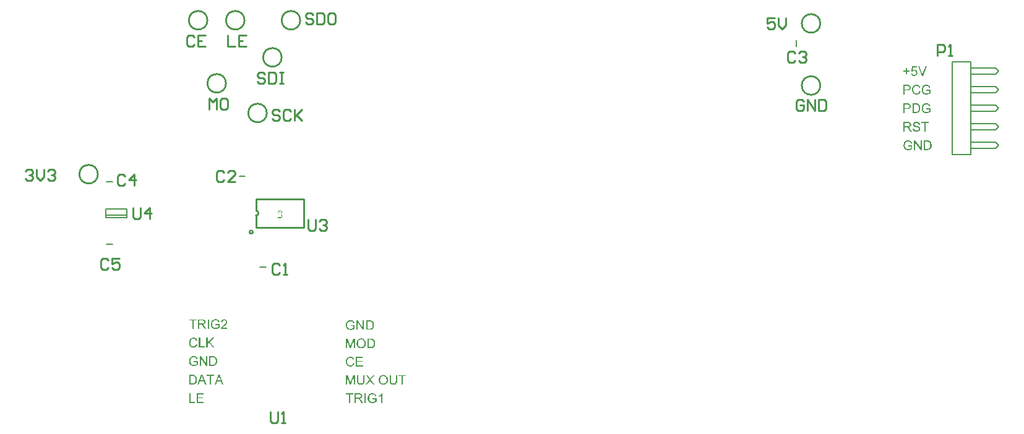
<source format=gto>
%FSLAX23Y23*%
%MOIN*%
G70*
G01*
G75*
G04:AMPARAMS|DCode=10|XSize=50mil|YSize=80mil|CornerRadius=13mil|HoleSize=0mil|Usage=FLASHONLY|Rotation=90.000|XOffset=0mil|YOffset=0mil|HoleType=Round|Shape=RoundedRectangle|*
%AMROUNDEDRECTD10*
21,1,0.050,0.055,0,0,90.0*
21,1,0.025,0.080,0,0,90.0*
1,1,0.025,0.028,0.013*
1,1,0.025,0.028,-0.013*
1,1,0.025,-0.028,-0.013*
1,1,0.025,-0.028,0.013*
%
%ADD10ROUNDEDRECTD10*%
%ADD11R,0.080X0.050*%
%ADD12O,0.018X0.041*%
%ADD13R,0.018X0.041*%
G04:AMPARAMS|DCode=14|XSize=35mil|YSize=35mil|CornerRadius=5mil|HoleSize=0mil|Usage=FLASHONLY|Rotation=0.000|XOffset=0mil|YOffset=0mil|HoleType=Round|Shape=RoundedRectangle|*
%AMROUNDEDRECTD14*
21,1,0.035,0.025,0,0,0.0*
21,1,0.025,0.035,0,0,0.0*
1,1,0.011,0.012,-0.012*
1,1,0.011,-0.012,-0.012*
1,1,0.011,-0.012,0.012*
1,1,0.011,0.012,0.012*
%
%ADD14ROUNDEDRECTD14*%
G04:AMPARAMS|DCode=15|XSize=35mil|YSize=35mil|CornerRadius=5mil|HoleSize=0mil|Usage=FLASHONLY|Rotation=90.000|XOffset=0mil|YOffset=0mil|HoleType=Round|Shape=RoundedRectangle|*
%AMROUNDEDRECTD15*
21,1,0.035,0.025,0,0,90.0*
21,1,0.025,0.035,0,0,90.0*
1,1,0.011,0.012,0.012*
1,1,0.011,0.012,-0.012*
1,1,0.011,-0.012,-0.012*
1,1,0.011,-0.012,0.012*
%
%ADD15ROUNDEDRECTD15*%
G04:AMPARAMS|DCode=16|XSize=24mil|YSize=39mil|CornerRadius=6mil|HoleSize=0mil|Usage=FLASHONLY|Rotation=0.000|XOffset=0mil|YOffset=0mil|HoleType=Round|Shape=RoundedRectangle|*
%AMROUNDEDRECTD16*
21,1,0.024,0.028,0,0,0.0*
21,1,0.012,0.039,0,0,0.0*
1,1,0.012,0.006,-0.014*
1,1,0.012,-0.006,-0.014*
1,1,0.012,-0.006,0.014*
1,1,0.012,0.006,0.014*
%
%ADD16ROUNDEDRECTD16*%
%ADD17C,0.010*%
%ADD18C,0.015*%
%ADD19C,0.079*%
%ADD20C,0.065*%
%ADD21C,0.260*%
%ADD22C,0.059*%
%ADD23R,0.059X0.059*%
%ADD24C,0.050*%
%ADD25C,0.008*%
%ADD26C,0.005*%
G36*
X3943Y3257D02*
X3936D01*
Y3308D01*
X3943D01*
Y3257D01*
D02*
G37*
G36*
X4032D02*
X4026D01*
Y3297D01*
X4026Y3297D01*
X4025Y3297D01*
X4025Y3296D01*
X4024Y3296D01*
X4023Y3295D01*
X4022Y3294D01*
X4021Y3294D01*
X4020Y3293D01*
X4020D01*
X4020Y3293D01*
X4019Y3292D01*
X4018Y3292D01*
X4018Y3292D01*
X4016Y3291D01*
X4015Y3291D01*
X4014Y3290D01*
X4013Y3289D01*
Y3296D01*
X4013D01*
X4013Y3296D01*
X4014Y3296D01*
X4014Y3296D01*
X4014Y3296D01*
X4015Y3297D01*
X4016Y3297D01*
X4018Y3298D01*
X4019Y3299D01*
X4021Y3300D01*
X4022Y3302D01*
X4022Y3302D01*
X4022Y3302D01*
X4023Y3302D01*
X4024Y3303D01*
X4024Y3304D01*
X4025Y3305D01*
X4026Y3306D01*
X4027Y3307D01*
X4028Y3309D01*
X4032D01*
Y3257D01*
D02*
G37*
G36*
X3980Y3309D02*
X3981D01*
X3982Y3309D01*
X3984Y3309D01*
X3986Y3308D01*
X3987Y3308D01*
X3989Y3307D01*
X3989D01*
X3989Y3307D01*
X3990Y3307D01*
X3990Y3307D01*
X3991Y3307D01*
X3992Y3306D01*
X3993Y3305D01*
X3994Y3304D01*
X3995Y3303D01*
X3996Y3302D01*
X3996Y3302D01*
X3997Y3302D01*
X3997Y3301D01*
X3998Y3300D01*
X3998Y3299D01*
X3999Y3297D01*
X4000Y3296D01*
X4000Y3294D01*
X3994Y3292D01*
Y3292D01*
X3994Y3292D01*
X3994Y3293D01*
X3993Y3294D01*
X3993Y3294D01*
X3993Y3295D01*
X3992Y3296D01*
X3992Y3297D01*
X3991Y3298D01*
X3991Y3298D01*
X3991Y3299D01*
X3990Y3299D01*
X3990Y3300D01*
X3989Y3300D01*
X3988Y3301D01*
X3987Y3301D01*
X3986Y3302D01*
X3986Y3302D01*
X3986Y3302D01*
X3985Y3302D01*
X3984Y3303D01*
X3983Y3303D01*
X3982Y3303D01*
X3981Y3303D01*
X3979Y3303D01*
X3978D01*
X3978Y3303D01*
X3976Y3303D01*
X3975Y3303D01*
X3974Y3303D01*
X3972Y3302D01*
X3971Y3302D01*
X3971Y3302D01*
X3971Y3302D01*
X3970Y3301D01*
X3969Y3301D01*
X3968Y3300D01*
X3967Y3300D01*
X3967Y3299D01*
X3966Y3298D01*
X3966Y3298D01*
X3965Y3298D01*
X3965Y3297D01*
X3964Y3297D01*
X3964Y3296D01*
X3963Y3295D01*
X3963Y3294D01*
X3962Y3293D01*
Y3293D01*
X3962Y3293D01*
X3962Y3293D01*
X3962Y3292D01*
X3962Y3292D01*
X3962Y3291D01*
X3962Y3290D01*
X3961Y3288D01*
X3961Y3287D01*
X3961Y3285D01*
X3960Y3283D01*
Y3283D01*
Y3282D01*
Y3282D01*
X3961Y3282D01*
Y3281D01*
X3961Y3280D01*
X3961Y3280D01*
X3961Y3279D01*
X3961Y3277D01*
X3962Y3275D01*
X3962Y3273D01*
X3963Y3271D01*
Y3271D01*
X3963Y3271D01*
X3963Y3271D01*
X3963Y3270D01*
X3964Y3270D01*
X3965Y3269D01*
X3965Y3268D01*
X3967Y3266D01*
X3968Y3265D01*
X3970Y3264D01*
X3970D01*
X3970Y3264D01*
X3970Y3264D01*
X3970Y3264D01*
X3971Y3264D01*
X3971Y3264D01*
X3973Y3263D01*
X3974Y3263D01*
X3976Y3262D01*
X3977Y3262D01*
X3979Y3262D01*
X3980D01*
X3981Y3262D01*
X3982Y3262D01*
X3983Y3263D01*
X3985Y3263D01*
X3986Y3263D01*
X3988Y3264D01*
X3988D01*
X3988Y3264D01*
X3988Y3264D01*
X3989Y3264D01*
X3989Y3264D01*
X3990Y3265D01*
X3991Y3265D01*
X3992Y3266D01*
X3993Y3267D01*
X3994Y3267D01*
Y3277D01*
X3979D01*
Y3283D01*
X4001D01*
Y3264D01*
X4001Y3264D01*
X4001Y3264D01*
X4000Y3264D01*
X4000Y3263D01*
X4000Y3263D01*
X3999Y3263D01*
X3998Y3262D01*
X3996Y3261D01*
X3994Y3260D01*
X3992Y3259D01*
X3990Y3258D01*
X3990D01*
X3990Y3258D01*
X3990Y3258D01*
X3990Y3258D01*
X3989Y3258D01*
X3989Y3257D01*
X3988Y3257D01*
X3987Y3257D01*
X3985Y3257D01*
X3984Y3256D01*
X3982Y3256D01*
X3980Y3256D01*
X3979D01*
X3978Y3256D01*
X3978D01*
X3977Y3256D01*
X3976Y3256D01*
X3975Y3257D01*
X3973Y3257D01*
X3971Y3257D01*
X3968Y3258D01*
X3966Y3259D01*
X3966Y3259D01*
X3966Y3259D01*
X3965Y3260D01*
X3965Y3260D01*
X3964Y3260D01*
X3964Y3261D01*
X3962Y3262D01*
X3961Y3263D01*
X3959Y3265D01*
X3958Y3267D01*
X3957Y3269D01*
Y3269D01*
X3956Y3269D01*
X3956Y3269D01*
X3956Y3270D01*
X3956Y3270D01*
X3956Y3271D01*
X3955Y3272D01*
X3955Y3273D01*
X3955Y3274D01*
X3954Y3275D01*
X3954Y3277D01*
X3954Y3280D01*
X3953Y3282D01*
Y3282D01*
Y3283D01*
Y3283D01*
X3954Y3284D01*
Y3284D01*
X3954Y3285D01*
X3954Y3286D01*
X3954Y3287D01*
X3954Y3289D01*
X3955Y3291D01*
X3956Y3294D01*
X3957Y3296D01*
Y3296D01*
X3957Y3297D01*
X3957Y3297D01*
X3957Y3297D01*
X3958Y3298D01*
X3958Y3299D01*
X3959Y3300D01*
X3960Y3302D01*
X3962Y3303D01*
X3964Y3305D01*
X3964Y3305D01*
X3966Y3306D01*
X3966D01*
X3966Y3306D01*
X3966Y3306D01*
X3967Y3306D01*
X3967Y3307D01*
X3968Y3307D01*
X3969Y3307D01*
X3969Y3308D01*
X3970Y3308D01*
X3971Y3308D01*
X3974Y3309D01*
X3976Y3309D01*
X3979Y3309D01*
X3980D01*
X3980Y3309D01*
D02*
G37*
G36*
X3908Y3308D02*
X3909D01*
X3910Y3308D01*
X3912Y3308D01*
X3914Y3308D01*
X3915Y3307D01*
X3916Y3307D01*
X3917Y3307D01*
X3917D01*
X3917Y3307D01*
X3917Y3307D01*
X3918Y3306D01*
X3919Y3306D01*
X3920Y3305D01*
X3921Y3304D01*
X3922Y3303D01*
X3922Y3302D01*
X3923Y3302D01*
X3923Y3301D01*
X3923Y3301D01*
X3924Y3300D01*
X3924Y3299D01*
X3924Y3297D01*
X3925Y3296D01*
X3925Y3294D01*
Y3294D01*
Y3294D01*
Y3294D01*
X3925Y3293D01*
Y3293D01*
X3924Y3292D01*
X3924Y3291D01*
X3924Y3290D01*
X3923Y3288D01*
X3922Y3287D01*
X3922Y3286D01*
X3921Y3285D01*
X3921Y3285D01*
X3921Y3285D01*
X3920Y3284D01*
X3920Y3284D01*
X3920Y3284D01*
X3919Y3283D01*
X3918Y3283D01*
X3918Y3283D01*
X3917Y3282D01*
X3916Y3282D01*
X3915Y3282D01*
X3914Y3281D01*
X3913Y3281D01*
X3912Y3281D01*
X3910Y3280D01*
X3910Y3280D01*
X3911Y3280D01*
X3911Y3280D01*
X3912Y3280D01*
X3913Y3279D01*
X3914Y3278D01*
X3914Y3278D01*
X3914Y3278D01*
X3915Y3277D01*
X3915Y3277D01*
X3916Y3276D01*
X3917Y3275D01*
X3918Y3274D01*
X3919Y3272D01*
X3920Y3271D01*
X3929Y3257D01*
X3920D01*
X3913Y3268D01*
Y3268D01*
X3913Y3268D01*
X3913Y3268D01*
X3913Y3268D01*
X3912Y3269D01*
X3912Y3270D01*
X3911Y3271D01*
X3910Y3273D01*
X3909Y3274D01*
X3909Y3275D01*
X3908Y3275D01*
X3908Y3275D01*
X3908Y3276D01*
X3907Y3276D01*
X3906Y3277D01*
X3906Y3278D01*
X3905Y3278D01*
X3905Y3278D01*
X3905Y3278D01*
X3905Y3278D01*
X3904Y3279D01*
X3903Y3279D01*
X3902Y3279D01*
X3902D01*
X3902Y3280D01*
X3902D01*
X3901Y3280D01*
X3901Y3280D01*
X3900D01*
X3899Y3280D01*
X3890D01*
Y3257D01*
X3884D01*
Y3308D01*
X3907D01*
X3908Y3308D01*
D02*
G37*
G36*
X3483Y4274D02*
X3483D01*
X3484Y4274D01*
X3484Y4274D01*
X3485Y4274D01*
X3486Y4274D01*
X3487Y4274D01*
X3488Y4273D01*
X3488D01*
X3488Y4273D01*
X3488Y4273D01*
X3489Y4273D01*
X3489Y4273D01*
X3489Y4273D01*
X3490Y4272D01*
X3491Y4272D01*
X3491Y4271D01*
X3492Y4270D01*
Y4270D01*
X3492Y4270D01*
X3492Y4270D01*
X3492Y4270D01*
X3492Y4270D01*
X3492Y4269D01*
X3492Y4269D01*
X3493Y4269D01*
X3493Y4268D01*
X3493Y4268D01*
X3493Y4267D01*
X3493Y4267D01*
X3493Y4266D01*
X3493Y4264D01*
Y4264D01*
Y4264D01*
Y4264D01*
X3493Y4264D01*
Y4263D01*
X3493Y4263D01*
X3493Y4263D01*
X3493Y4262D01*
X3493Y4261D01*
X3493Y4260D01*
X3492Y4259D01*
X3492Y4259D01*
Y4259D01*
X3492Y4258D01*
X3492Y4258D01*
X3492Y4258D01*
X3492Y4258D01*
X3491Y4257D01*
X3491Y4257D01*
X3490Y4256D01*
X3489Y4256D01*
X3488Y4255D01*
X3488D01*
X3488Y4255D01*
X3488Y4255D01*
X3488Y4255D01*
X3488Y4255D01*
X3488Y4255D01*
X3487Y4255D01*
X3487Y4255D01*
X3486Y4255D01*
X3486Y4255D01*
X3485Y4255D01*
X3485Y4255D01*
X3484Y4254D01*
X3484Y4254D01*
X3483Y4254D01*
X3468D01*
Y4258D01*
X3483D01*
X3483Y4258D01*
X3484Y4258D01*
X3485Y4258D01*
X3486Y4258D01*
X3486Y4258D01*
X3487Y4258D01*
X3487Y4258D01*
X3487Y4258D01*
X3487Y4258D01*
X3488Y4259D01*
X3488Y4259D01*
X3488Y4259D01*
X3489Y4259D01*
X3489Y4260D01*
X3489Y4260D01*
X3489Y4261D01*
X3490Y4261D01*
X3490Y4261D01*
X3490Y4261D01*
X3490Y4262D01*
X3490Y4263D01*
X3490Y4263D01*
X3490Y4264D01*
Y4264D01*
Y4264D01*
Y4264D01*
X3490Y4265D01*
Y4265D01*
X3490Y4265D01*
X3490Y4266D01*
X3490Y4267D01*
X3490Y4268D01*
X3489Y4269D01*
X3489Y4269D01*
X3489Y4269D01*
X3489D01*
X3488Y4269D01*
X3488Y4269D01*
X3488Y4270D01*
X3488Y4270D01*
X3488Y4270D01*
X3487Y4270D01*
X3487Y4270D01*
X3487Y4270D01*
X3486Y4270D01*
X3486Y4271D01*
X3485Y4271D01*
X3485Y4271D01*
X3484Y4271D01*
X3483Y4271D01*
X3468D01*
Y4274D01*
X3483D01*
X3483Y4274D01*
D02*
G37*
G36*
X3486Y4295D02*
X3486Y4295D01*
X3486Y4295D01*
X3487Y4295D01*
X3487Y4295D01*
X3488Y4294D01*
X3489Y4294D01*
X3489Y4294D01*
X3490Y4294D01*
X3490Y4293D01*
X3490Y4293D01*
X3491Y4293D01*
X3491Y4293D01*
X3491Y4293D01*
X3491Y4292D01*
X3491Y4292D01*
X3491Y4292D01*
X3492Y4292D01*
X3492Y4291D01*
X3492Y4291D01*
X3492Y4291D01*
X3492Y4290D01*
X3493Y4290D01*
X3493Y4289D01*
X3493Y4288D01*
X3493Y4288D01*
X3493Y4287D01*
X3493Y4287D01*
Y4287D01*
Y4286D01*
Y4286D01*
X3493Y4286D01*
X3493Y4286D01*
X3493Y4285D01*
X3493Y4285D01*
X3493Y4285D01*
X3493Y4284D01*
X3492Y4283D01*
X3492Y4282D01*
X3492Y4282D01*
X3492Y4281D01*
X3491Y4281D01*
X3491Y4281D01*
X3491Y4281D01*
X3491Y4281D01*
X3491Y4281D01*
X3491Y4281D01*
X3490Y4280D01*
X3490Y4280D01*
X3490Y4280D01*
X3489Y4279D01*
X3488Y4279D01*
X3487Y4279D01*
X3487Y4279D01*
X3486Y4279D01*
X3486Y4282D01*
X3486D01*
X3486Y4282D01*
X3486D01*
X3486Y4282D01*
X3487Y4282D01*
X3487Y4282D01*
X3488Y4282D01*
X3488Y4283D01*
X3489Y4283D01*
X3489Y4283D01*
X3490Y4284D01*
X3490Y4284D01*
X3490Y4284D01*
X3490Y4284D01*
X3490Y4285D01*
X3490Y4285D01*
X3491Y4286D01*
X3491Y4287D01*
Y4287D01*
Y4287D01*
Y4287D01*
X3491Y4287D01*
X3491Y4287D01*
X3490Y4288D01*
X3490Y4288D01*
X3490Y4289D01*
X3490Y4290D01*
X3489Y4290D01*
X3489Y4290D01*
X3489Y4290D01*
X3489Y4291D01*
X3488Y4291D01*
X3488Y4291D01*
X3487Y4292D01*
X3486Y4292D01*
X3485Y4292D01*
X3485D01*
X3485Y4292D01*
X3485Y4292D01*
X3484Y4292D01*
X3484Y4291D01*
X3483Y4291D01*
X3482Y4291D01*
X3482Y4290D01*
X3482Y4290D01*
X3482Y4290D01*
X3481Y4290D01*
X3481Y4289D01*
X3481Y4289D01*
X3481Y4288D01*
X3481Y4288D01*
X3481Y4287D01*
Y4287D01*
Y4287D01*
Y4286D01*
X3481Y4286D01*
X3481Y4286D01*
X3481Y4286D01*
X3481Y4285D01*
X3481Y4285D01*
X3478Y4285D01*
Y4285D01*
Y4285D01*
X3478Y4285D01*
Y4285D01*
Y4286D01*
Y4286D01*
Y4286D01*
Y4286D01*
X3478Y4286D01*
X3478Y4287D01*
X3478Y4287D01*
X3478Y4288D01*
X3477Y4288D01*
X3477Y4289D01*
X3477Y4289D01*
X3477Y4289D01*
X3477Y4290D01*
X3476Y4290D01*
X3476Y4290D01*
X3475Y4290D01*
X3475Y4291D01*
X3474Y4291D01*
X3474D01*
X3473Y4291D01*
X3473Y4290D01*
X3473Y4290D01*
X3472Y4290D01*
X3472Y4290D01*
X3471Y4289D01*
X3471Y4289D01*
X3471Y4289D01*
X3471Y4289D01*
X3471Y4289D01*
X3470Y4288D01*
X3470Y4288D01*
X3470Y4287D01*
X3470Y4287D01*
Y4286D01*
Y4286D01*
Y4286D01*
X3470Y4286D01*
X3470Y4285D01*
X3470Y4285D01*
X3470Y4284D01*
X3471Y4284D01*
X3471Y4283D01*
X3471Y4283D01*
X3471Y4283D01*
X3472Y4283D01*
X3472Y4283D01*
X3472Y4283D01*
X3473Y4282D01*
X3474Y4282D01*
X3475Y4282D01*
X3474Y4279D01*
X3474D01*
X3474Y4279D01*
X3474Y4279D01*
X3473Y4279D01*
X3473Y4279D01*
X3473Y4279D01*
X3472Y4279D01*
X3471Y4280D01*
X3471Y4280D01*
X3470Y4281D01*
X3469Y4281D01*
X3469Y4281D01*
X3469Y4281D01*
X3469Y4282D01*
X3469Y4282D01*
X3469Y4282D01*
X3469Y4282D01*
X3468Y4283D01*
X3468Y4284D01*
X3468Y4284D01*
X3468Y4285D01*
X3467Y4286D01*
Y4286D01*
Y4286D01*
Y4287D01*
Y4287D01*
Y4287D01*
X3467Y4287D01*
X3468Y4288D01*
X3468Y4288D01*
X3468Y4289D01*
X3468Y4290D01*
X3468Y4290D01*
Y4290D01*
X3468Y4290D01*
X3469Y4291D01*
X3469Y4291D01*
X3469Y4291D01*
X3469Y4292D01*
X3470Y4292D01*
X3470Y4293D01*
X3471Y4293D01*
X3471Y4293D01*
X3471Y4293D01*
X3471Y4293D01*
X3472Y4293D01*
X3472Y4294D01*
X3473Y4294D01*
X3473Y4294D01*
X3474Y4294D01*
X3474D01*
X3475Y4294D01*
X3475Y4294D01*
X3475Y4294D01*
X3476Y4293D01*
X3476Y4293D01*
X3477Y4293D01*
X3477Y4293D01*
X3477Y4293D01*
X3477Y4293D01*
X3478Y4292D01*
X3478Y4292D01*
X3478Y4291D01*
X3479Y4291D01*
X3479Y4290D01*
Y4290D01*
X3479Y4290D01*
Y4291D01*
X3479Y4291D01*
X3479Y4291D01*
X3480Y4292D01*
X3480Y4292D01*
X3480Y4293D01*
X3481Y4293D01*
X3481Y4294D01*
X3481Y4294D01*
X3482Y4294D01*
X3482Y4294D01*
X3482Y4294D01*
X3483Y4295D01*
X3484Y4295D01*
X3484Y4295D01*
X3485Y4295D01*
X3486D01*
X3486Y4295D01*
D02*
G37*
G36*
X3877Y3302D02*
X3860D01*
Y3257D01*
X3853D01*
Y3302D01*
X3836D01*
Y3308D01*
X3877D01*
Y3302D01*
D02*
G37*
G36*
X2998Y3263D02*
X3023D01*
Y3257D01*
X2991D01*
Y3308D01*
X2998D01*
Y3263D01*
D02*
G37*
G36*
X4111Y3377D02*
Y3377D01*
Y3377D01*
Y3376D01*
Y3376D01*
X4111Y3375D01*
Y3374D01*
X4111Y3374D01*
X4111Y3373D01*
X4111Y3371D01*
X4111Y3369D01*
X4110Y3367D01*
X4110Y3365D01*
Y3365D01*
X4110Y3365D01*
X4109Y3364D01*
X4109Y3364D01*
X4109Y3363D01*
X4108Y3362D01*
X4107Y3361D01*
X4106Y3360D01*
X4105Y3359D01*
X4103Y3357D01*
X4103D01*
X4103Y3357D01*
X4103Y3357D01*
X4102Y3357D01*
X4102Y3357D01*
X4101Y3357D01*
X4101Y3356D01*
X4100Y3356D01*
X4099Y3356D01*
X4098Y3355D01*
X4097Y3355D01*
X4096Y3355D01*
X4094Y3355D01*
X4091Y3355D01*
X4091D01*
X4090Y3355D01*
X4090D01*
X4089Y3355D01*
X4088Y3355D01*
X4087Y3355D01*
X4085Y3355D01*
X4083Y3356D01*
X4081Y3356D01*
X4080Y3357D01*
X4079D01*
X4079Y3357D01*
X4079Y3357D01*
X4079Y3358D01*
X4078Y3358D01*
X4077Y3359D01*
X4076Y3360D01*
X4075Y3361D01*
X4074Y3363D01*
X4073Y3364D01*
Y3364D01*
X4073Y3364D01*
X4073Y3365D01*
X4073Y3365D01*
X4073Y3366D01*
X4072Y3366D01*
X4072Y3367D01*
X4072Y3368D01*
X4072Y3369D01*
X4072Y3369D01*
X4072Y3371D01*
X4071Y3372D01*
X4071Y3373D01*
X4071Y3374D01*
X4071Y3376D01*
Y3377D01*
Y3407D01*
X4078D01*
Y3377D01*
Y3377D01*
Y3377D01*
Y3377D01*
Y3376D01*
Y3375D01*
X4078Y3375D01*
X4078Y3373D01*
X4078Y3372D01*
X4078Y3370D01*
X4079Y3369D01*
X4079Y3368D01*
X4079Y3367D01*
X4079Y3367D01*
X4079Y3367D01*
X4080Y3366D01*
X4080Y3365D01*
X4081Y3365D01*
X4081Y3364D01*
X4082Y3363D01*
X4083Y3362D01*
X4083Y3362D01*
X4084Y3362D01*
X4085Y3362D01*
X4085Y3362D01*
X4086Y3361D01*
X4088Y3361D01*
X4089Y3361D01*
X4091Y3361D01*
X4091D01*
X4092Y3361D01*
X4093D01*
X4093Y3361D01*
X4095Y3361D01*
X4097Y3362D01*
X4098Y3362D01*
X4100Y3363D01*
X4101Y3363D01*
X4101Y3364D01*
Y3364D01*
X4102Y3364D01*
X4102Y3364D01*
X4102Y3365D01*
X4102Y3365D01*
X4102Y3366D01*
X4103Y3366D01*
X4103Y3367D01*
X4103Y3368D01*
X4104Y3369D01*
X4104Y3370D01*
X4104Y3371D01*
X4104Y3372D01*
X4104Y3374D01*
X4105Y3375D01*
Y3377D01*
Y3407D01*
X4111D01*
Y3377D01*
D02*
G37*
G36*
X3885Y3355D02*
X3878D01*
Y3398D01*
X3863Y3355D01*
X3857D01*
X3843Y3399D01*
Y3355D01*
X3836D01*
Y3407D01*
X3846D01*
X3858Y3370D01*
Y3370D01*
X3858Y3370D01*
X3858Y3370D01*
X3859Y3370D01*
X3859Y3369D01*
X3859Y3368D01*
X3860Y3366D01*
X3860Y3365D01*
X3860Y3364D01*
X3861Y3363D01*
X3861Y3363D01*
X3861Y3363D01*
X3861Y3364D01*
X3861Y3365D01*
X3862Y3366D01*
X3862Y3368D01*
X3863Y3369D01*
X3863Y3371D01*
X3876Y3407D01*
X3885D01*
Y3355D01*
D02*
G37*
G36*
X3970Y3382D02*
X3989Y3355D01*
X3981D01*
X3968Y3374D01*
X3968Y3374D01*
X3968Y3374D01*
X3968Y3374D01*
X3967Y3375D01*
X3967Y3376D01*
X3966Y3377D01*
X3966Y3377D01*
X3966Y3377D01*
X3965Y3376D01*
X3965Y3375D01*
X3964Y3374D01*
X3964Y3374D01*
X3963Y3373D01*
X3950Y3355D01*
X3942D01*
X3962Y3382D01*
X3945Y3407D01*
X3953D01*
X3962Y3394D01*
Y3394D01*
X3962Y3393D01*
X3963Y3393D01*
X3963Y3392D01*
X3964Y3391D01*
X3964Y3390D01*
X3965Y3389D01*
X3966Y3388D01*
X3966Y3387D01*
X3966Y3388D01*
X3967Y3388D01*
X3967Y3388D01*
X3967Y3389D01*
X3968Y3390D01*
X3969Y3391D01*
X3969Y3392D01*
X3970Y3393D01*
X3981Y3407D01*
X3988D01*
X3970Y3382D01*
D02*
G37*
G36*
X3936Y3377D02*
Y3377D01*
Y3377D01*
Y3376D01*
Y3376D01*
X3936Y3375D01*
Y3374D01*
X3936Y3374D01*
X3936Y3373D01*
X3936Y3371D01*
X3935Y3369D01*
X3935Y3367D01*
X3934Y3365D01*
Y3365D01*
X3934Y3365D01*
X3934Y3364D01*
X3934Y3364D01*
X3934Y3363D01*
X3933Y3362D01*
X3932Y3361D01*
X3931Y3360D01*
X3930Y3359D01*
X3928Y3357D01*
X3928D01*
X3928Y3357D01*
X3928Y3357D01*
X3927Y3357D01*
X3927Y3357D01*
X3926Y3357D01*
X3926Y3356D01*
X3925Y3356D01*
X3924Y3356D01*
X3923Y3355D01*
X3922Y3355D01*
X3921Y3355D01*
X3919Y3355D01*
X3916Y3355D01*
X3916D01*
X3915Y3355D01*
X3914D01*
X3914Y3355D01*
X3913Y3355D01*
X3912Y3355D01*
X3910Y3355D01*
X3908Y3356D01*
X3906Y3356D01*
X3904Y3357D01*
X3904D01*
X3904Y3357D01*
X3904Y3357D01*
X3904Y3358D01*
X3903Y3358D01*
X3902Y3359D01*
X3901Y3360D01*
X3900Y3361D01*
X3899Y3363D01*
X3898Y3364D01*
Y3364D01*
X3898Y3364D01*
X3898Y3365D01*
X3898Y3365D01*
X3897Y3366D01*
X3897Y3366D01*
X3897Y3367D01*
X3897Y3368D01*
X3897Y3369D01*
X3897Y3369D01*
X3896Y3371D01*
X3896Y3372D01*
X3896Y3373D01*
X3896Y3374D01*
X3896Y3376D01*
Y3377D01*
Y3407D01*
X3903D01*
Y3377D01*
Y3377D01*
Y3377D01*
Y3377D01*
Y3376D01*
Y3375D01*
X3903Y3375D01*
X3903Y3373D01*
X3903Y3372D01*
X3903Y3370D01*
X3904Y3369D01*
X3904Y3368D01*
X3904Y3367D01*
X3904Y3367D01*
X3904Y3367D01*
X3904Y3366D01*
X3905Y3365D01*
X3906Y3365D01*
X3906Y3364D01*
X3907Y3363D01*
X3908Y3362D01*
X3908Y3362D01*
X3909Y3362D01*
X3909Y3362D01*
X3910Y3362D01*
X3911Y3361D01*
X3913Y3361D01*
X3914Y3361D01*
X3916Y3361D01*
X3916D01*
X3917Y3361D01*
X3917D01*
X3918Y3361D01*
X3920Y3361D01*
X3922Y3362D01*
X3923Y3362D01*
X3925Y3363D01*
X3926Y3363D01*
X3926Y3364D01*
Y3364D01*
X3926Y3364D01*
X3927Y3364D01*
X3927Y3365D01*
X3927Y3365D01*
X3927Y3366D01*
X3928Y3366D01*
X3928Y3367D01*
X3928Y3368D01*
X3928Y3369D01*
X3929Y3370D01*
X3929Y3371D01*
X3929Y3372D01*
X3929Y3374D01*
X3929Y3375D01*
Y3377D01*
Y3407D01*
X3936D01*
Y3377D01*
D02*
G37*
G36*
X3068Y3302D02*
X3038D01*
Y3287D01*
X3066D01*
Y3281D01*
X3038D01*
Y3263D01*
X3070D01*
Y3257D01*
X3031D01*
Y3308D01*
X3068D01*
Y3302D01*
D02*
G37*
G36*
X4039Y3408D02*
X4040D01*
X4040Y3408D01*
X4041Y3407D01*
X4042Y3407D01*
X4044Y3407D01*
X4046Y3406D01*
X4048Y3405D01*
X4049Y3405D01*
X4051Y3404D01*
X4051D01*
X4051Y3404D01*
X4051Y3404D01*
X4051Y3404D01*
X4052Y3403D01*
X4052Y3403D01*
X4054Y3402D01*
X4055Y3400D01*
X4057Y3399D01*
X4058Y3397D01*
X4059Y3395D01*
Y3395D01*
X4059Y3394D01*
X4060Y3394D01*
X4060Y3394D01*
X4060Y3393D01*
X4060Y3392D01*
X4060Y3392D01*
X4061Y3391D01*
X4061Y3390D01*
X4061Y3389D01*
X4062Y3386D01*
X4062Y3384D01*
X4062Y3381D01*
Y3381D01*
Y3381D01*
Y3380D01*
X4062Y3380D01*
Y3379D01*
X4062Y3378D01*
X4062Y3377D01*
X4062Y3376D01*
X4061Y3374D01*
X4061Y3372D01*
X4060Y3369D01*
X4059Y3367D01*
Y3367D01*
X4059Y3367D01*
X4059Y3367D01*
X4059Y3366D01*
X4058Y3366D01*
X4058Y3365D01*
X4057Y3364D01*
X4056Y3362D01*
X4054Y3361D01*
X4052Y3359D01*
X4050Y3358D01*
X4050D01*
X4050Y3358D01*
X4050Y3357D01*
X4049Y3357D01*
X4049Y3357D01*
X4048Y3357D01*
X4047Y3357D01*
X4046Y3356D01*
X4045Y3356D01*
X4042Y3355D01*
X4040Y3355D01*
X4038Y3355D01*
X4037D01*
X4036Y3355D01*
X4036D01*
X4035Y3355D01*
X4034Y3355D01*
X4033Y3355D01*
X4031Y3355D01*
X4029Y3356D01*
X4027Y3357D01*
X4026Y3357D01*
X4025Y3358D01*
X4025Y3358D01*
X4025Y3358D01*
X4024Y3358D01*
X4024Y3359D01*
X4023Y3359D01*
X4023Y3359D01*
X4022Y3361D01*
X4020Y3362D01*
X4019Y3364D01*
X4017Y3365D01*
X4016Y3368D01*
Y3368D01*
X4016Y3368D01*
X4016Y3368D01*
X4016Y3369D01*
X4015Y3369D01*
X4015Y3370D01*
X4015Y3371D01*
X4015Y3372D01*
X4014Y3372D01*
X4014Y3373D01*
X4014Y3376D01*
X4013Y3378D01*
X4013Y3380D01*
Y3381D01*
Y3381D01*
X4013Y3382D01*
Y3383D01*
X4013Y3384D01*
X4014Y3385D01*
X4014Y3386D01*
X4014Y3388D01*
X4014Y3389D01*
X4015Y3391D01*
X4015Y3393D01*
X4016Y3394D01*
X4017Y3396D01*
X4018Y3398D01*
X4019Y3399D01*
X4020Y3400D01*
X4020Y3400D01*
X4020Y3401D01*
X4021Y3401D01*
X4021Y3402D01*
X4022Y3402D01*
X4023Y3403D01*
X4024Y3403D01*
X4025Y3404D01*
X4026Y3405D01*
X4027Y3405D01*
X4029Y3406D01*
X4030Y3407D01*
X4032Y3407D01*
X4034Y3407D01*
X4036Y3408D01*
X4038Y3408D01*
X4038D01*
X4039Y3408D01*
D02*
G37*
G36*
X4159Y3401D02*
X4143D01*
Y3355D01*
X4136D01*
Y3401D01*
X4119D01*
Y3407D01*
X4159D01*
Y3401D01*
D02*
G37*
G36*
X6965Y4972D02*
X6965D01*
X6967Y4972D01*
X6968Y4972D01*
X6970Y4971D01*
X6972Y4971D01*
X6973Y4970D01*
X6973D01*
X6974Y4970D01*
X6974Y4970D01*
X6974Y4970D01*
X6975Y4970D01*
X6976Y4969D01*
X6977Y4968D01*
X6978Y4967D01*
X6979Y4966D01*
X6981Y4965D01*
X6981Y4965D01*
X6981Y4965D01*
X6981Y4964D01*
X6982Y4963D01*
X6983Y4962D01*
X6983Y4960D01*
X6984Y4959D01*
X6984Y4957D01*
X6978Y4955D01*
Y4955D01*
X6978Y4955D01*
X6978Y4956D01*
X6978Y4957D01*
X6977Y4957D01*
X6977Y4958D01*
X6977Y4959D01*
X6976Y4960D01*
X6975Y4961D01*
X6975Y4961D01*
X6975Y4962D01*
X6975Y4962D01*
X6974Y4963D01*
X6973Y4963D01*
X6973Y4964D01*
X6972Y4964D01*
X6971Y4965D01*
X6970Y4965D01*
X6970Y4965D01*
X6969Y4965D01*
X6968Y4966D01*
X6967Y4966D01*
X6966Y4966D01*
X6965Y4966D01*
X6963Y4966D01*
X6963D01*
X6962Y4966D01*
X6961Y4966D01*
X6959Y4966D01*
X6958Y4966D01*
X6957Y4965D01*
X6955Y4965D01*
X6955Y4965D01*
X6955Y4965D01*
X6954Y4964D01*
X6953Y4964D01*
X6953Y4963D01*
X6952Y4963D01*
X6951Y4962D01*
X6950Y4961D01*
X6950Y4961D01*
X6950Y4961D01*
X6949Y4960D01*
X6949Y4960D01*
X6948Y4959D01*
X6948Y4958D01*
X6947Y4957D01*
X6947Y4956D01*
Y4956D01*
X6947Y4956D01*
X6947Y4956D01*
X6946Y4955D01*
X6946Y4955D01*
X6946Y4954D01*
X6946Y4953D01*
X6945Y4951D01*
X6945Y4950D01*
X6945Y4948D01*
X6945Y4946D01*
Y4946D01*
Y4945D01*
Y4945D01*
X6945Y4945D01*
Y4944D01*
X6945Y4943D01*
X6945Y4943D01*
X6945Y4942D01*
X6945Y4940D01*
X6946Y4938D01*
X6946Y4936D01*
X6947Y4934D01*
Y4934D01*
X6947Y4934D01*
X6947Y4934D01*
X6948Y4933D01*
X6948Y4933D01*
X6949Y4932D01*
X6950Y4931D01*
X6951Y4929D01*
X6952Y4928D01*
X6954Y4927D01*
X6954D01*
X6954Y4927D01*
X6954Y4927D01*
X6955Y4927D01*
X6955Y4927D01*
X6956Y4927D01*
X6957Y4926D01*
X6958Y4926D01*
X6960Y4925D01*
X6962Y4925D01*
X6964Y4925D01*
X6964D01*
X6965Y4925D01*
X6966Y4925D01*
X6968Y4926D01*
X6969Y4926D01*
X6971Y4926D01*
X6972Y4927D01*
X6972D01*
X6972Y4927D01*
X6973Y4927D01*
X6973Y4927D01*
X6974Y4927D01*
X6975Y4928D01*
X6976Y4928D01*
X6977Y4929D01*
X6978Y4930D01*
X6979Y4930D01*
Y4940D01*
X6963D01*
Y4946D01*
X6985D01*
Y4927D01*
X6985Y4927D01*
X6985Y4927D01*
X6985Y4927D01*
X6984Y4926D01*
X6984Y4926D01*
X6983Y4926D01*
X6982Y4925D01*
X6980Y4924D01*
X6979Y4923D01*
X6977Y4922D01*
X6975Y4921D01*
X6975D01*
X6975Y4921D01*
X6974Y4921D01*
X6974Y4921D01*
X6973Y4921D01*
X6973Y4920D01*
X6972Y4920D01*
X6971Y4920D01*
X6970Y4920D01*
X6968Y4919D01*
X6966Y4919D01*
X6964Y4919D01*
X6963D01*
X6963Y4919D01*
X6962D01*
X6961Y4919D01*
X6960Y4919D01*
X6959Y4920D01*
X6957Y4920D01*
X6955Y4920D01*
X6953Y4921D01*
X6950Y4922D01*
X6950Y4922D01*
X6950Y4922D01*
X6950Y4923D01*
X6949Y4923D01*
X6949Y4923D01*
X6948Y4924D01*
X6947Y4925D01*
X6945Y4926D01*
X6944Y4928D01*
X6942Y4930D01*
X6941Y4932D01*
Y4932D01*
X6941Y4932D01*
X6941Y4932D01*
X6940Y4933D01*
X6940Y4933D01*
X6940Y4934D01*
X6940Y4935D01*
X6939Y4936D01*
X6939Y4937D01*
X6939Y4938D01*
X6938Y4940D01*
X6938Y4943D01*
X6938Y4945D01*
Y4945D01*
Y4946D01*
Y4946D01*
X6938Y4947D01*
Y4947D01*
X6938Y4948D01*
X6938Y4949D01*
X6938Y4950D01*
X6939Y4952D01*
X6939Y4954D01*
X6940Y4957D01*
X6941Y4959D01*
Y4959D01*
X6941Y4960D01*
X6941Y4960D01*
X6941Y4960D01*
X6942Y4961D01*
X6942Y4962D01*
X6943Y4963D01*
X6944Y4965D01*
X6946Y4966D01*
X6948Y4968D01*
X6949Y4968D01*
X6950Y4969D01*
X6950D01*
X6950Y4969D01*
X6951Y4969D01*
X6951Y4969D01*
X6951Y4970D01*
X6952Y4970D01*
X6953Y4970D01*
X6954Y4971D01*
X6955Y4971D01*
X6956Y4971D01*
X6958Y4972D01*
X6961Y4972D01*
X6963Y4972D01*
X6964D01*
X6965Y4972D01*
D02*
G37*
G36*
X6911D02*
X6912Y4972D01*
X6913Y4972D01*
X6914Y4972D01*
X6915Y4972D01*
X6917Y4971D01*
X6919Y4971D01*
X6920Y4970D01*
X6921Y4970D01*
X6922Y4969D01*
X6923Y4968D01*
X6923Y4968D01*
X6923Y4968D01*
X6923Y4968D01*
X6924Y4967D01*
X6924Y4967D01*
X6925Y4967D01*
X6925Y4966D01*
X6926Y4965D01*
X6926Y4965D01*
X6927Y4964D01*
X6928Y4963D01*
X6928Y4962D01*
X6929Y4961D01*
X6929Y4960D01*
X6930Y4957D01*
X6924Y4956D01*
Y4956D01*
X6923Y4956D01*
X6923Y4956D01*
X6923Y4957D01*
X6923Y4957D01*
X6923Y4958D01*
X6922Y4959D01*
X6922Y4960D01*
X6921Y4961D01*
X6920Y4963D01*
X6918Y4964D01*
X6918Y4964D01*
X6918Y4964D01*
X6917Y4965D01*
X6916Y4965D01*
X6915Y4966D01*
X6913Y4966D01*
X6912Y4966D01*
X6910Y4966D01*
X6909D01*
X6909Y4966D01*
X6908D01*
X6908Y4966D01*
X6906Y4966D01*
X6905Y4966D01*
X6903Y4965D01*
X6902Y4964D01*
X6900Y4964D01*
X6900D01*
X6900Y4963D01*
X6899Y4963D01*
X6899Y4962D01*
X6898Y4961D01*
X6897Y4960D01*
X6896Y4959D01*
X6895Y4958D01*
X6894Y4956D01*
Y4956D01*
X6894Y4956D01*
X6894Y4955D01*
X6894Y4955D01*
X6894Y4955D01*
X6894Y4954D01*
X6894Y4953D01*
X6893Y4951D01*
X6893Y4950D01*
X6893Y4948D01*
X6893Y4946D01*
Y4946D01*
Y4946D01*
Y4945D01*
Y4945D01*
X6893Y4944D01*
Y4944D01*
X6893Y4943D01*
X6893Y4942D01*
X6893Y4940D01*
X6894Y4938D01*
X6894Y4936D01*
X6895Y4935D01*
Y4935D01*
X6895Y4934D01*
X6895Y4934D01*
X6895Y4934D01*
X6896Y4933D01*
X6896Y4932D01*
X6897Y4931D01*
X6898Y4929D01*
X6899Y4928D01*
X6901Y4927D01*
X6901D01*
X6901Y4927D01*
X6901Y4927D01*
X6901Y4927D01*
X6902Y4927D01*
X6903Y4926D01*
X6905Y4926D01*
X6906Y4925D01*
X6908Y4925D01*
X6909Y4925D01*
X6910D01*
X6910Y4925D01*
X6911D01*
X6911Y4925D01*
X6913Y4925D01*
X6914Y4926D01*
X6916Y4926D01*
X6917Y4927D01*
X6919Y4928D01*
X6919Y4928D01*
X6919Y4928D01*
X6920Y4929D01*
X6920Y4930D01*
X6921Y4931D01*
X6922Y4932D01*
X6923Y4934D01*
X6924Y4936D01*
X6924Y4938D01*
X6931Y4936D01*
Y4936D01*
X6931Y4936D01*
X6931Y4935D01*
X6931Y4935D01*
X6930Y4934D01*
X6930Y4933D01*
X6930Y4932D01*
X6929Y4932D01*
X6928Y4929D01*
X6927Y4927D01*
X6925Y4925D01*
X6924Y4924D01*
X6923Y4924D01*
X6923Y4923D01*
X6923Y4923D01*
X6923Y4923D01*
X6922Y4923D01*
X6922Y4922D01*
X6921Y4922D01*
X6921Y4922D01*
X6920Y4921D01*
X6919Y4921D01*
X6918Y4921D01*
X6917Y4920D01*
X6915Y4920D01*
X6913Y4919D01*
X6911Y4919D01*
X6910Y4919D01*
X6909D01*
X6908Y4919D01*
X6908D01*
X6907Y4919D01*
X6906Y4919D01*
X6905Y4920D01*
X6903Y4920D01*
X6901Y4921D01*
X6898Y4921D01*
X6897Y4922D01*
X6896Y4922D01*
X6896Y4923D01*
X6896Y4923D01*
X6896Y4923D01*
X6896Y4923D01*
X6895Y4924D01*
X6893Y4925D01*
X6892Y4926D01*
X6891Y4928D01*
X6890Y4930D01*
X6889Y4932D01*
Y4932D01*
X6888Y4933D01*
X6888Y4933D01*
X6888Y4933D01*
X6888Y4934D01*
X6888Y4935D01*
X6887Y4935D01*
X6887Y4936D01*
X6887Y4937D01*
X6887Y4938D01*
X6886Y4941D01*
X6886Y4943D01*
X6886Y4946D01*
Y4946D01*
Y4946D01*
Y4947D01*
X6886Y4947D01*
Y4948D01*
X6886Y4949D01*
X6886Y4950D01*
X6886Y4951D01*
X6887Y4953D01*
X6887Y4955D01*
X6888Y4958D01*
X6889Y4960D01*
Y4960D01*
X6889Y4960D01*
X6889Y4961D01*
X6889Y4961D01*
X6890Y4961D01*
X6890Y4962D01*
X6891Y4963D01*
X6892Y4965D01*
X6894Y4966D01*
X6896Y4968D01*
X6898Y4969D01*
X6898D01*
X6898Y4969D01*
X6898Y4969D01*
X6899Y4970D01*
X6899Y4970D01*
X6900Y4970D01*
X6900Y4970D01*
X6901Y4971D01*
X6902Y4971D01*
X6903Y4971D01*
X6905Y4972D01*
X6907Y4972D01*
X6910Y4972D01*
X6911D01*
X6911Y4972D01*
D02*
G37*
G36*
X6862Y4871D02*
X6863Y4871D01*
X6865Y4871D01*
X6866Y4871D01*
X6867Y4871D01*
X6867D01*
X6868Y4871D01*
X6868Y4870D01*
X6869Y4870D01*
X6870Y4870D01*
X6871Y4870D01*
X6872Y4869D01*
X6873Y4868D01*
X6874Y4868D01*
X6874Y4868D01*
X6874Y4868D01*
X6875Y4867D01*
X6876Y4866D01*
X6876Y4866D01*
X6877Y4865D01*
X6878Y4863D01*
X6878Y4863D01*
X6878Y4863D01*
X6878Y4862D01*
X6878Y4861D01*
X6879Y4860D01*
X6879Y4859D01*
X6879Y4858D01*
X6879Y4856D01*
Y4856D01*
Y4856D01*
Y4856D01*
X6879Y4855D01*
X6879Y4855D01*
X6879Y4854D01*
X6879Y4853D01*
X6879Y4853D01*
X6878Y4851D01*
X6877Y4849D01*
X6877Y4848D01*
X6876Y4847D01*
X6876Y4846D01*
X6875Y4845D01*
X6875Y4845D01*
X6875Y4845D01*
X6874Y4845D01*
X6874Y4845D01*
X6874Y4844D01*
X6873Y4844D01*
X6872Y4844D01*
X6871Y4843D01*
X6871Y4843D01*
X6869Y4842D01*
X6868Y4842D01*
X6867Y4842D01*
X6865Y4841D01*
X6864Y4841D01*
X6862Y4841D01*
X6860Y4841D01*
X6847D01*
Y4820D01*
X6840D01*
Y4871D01*
X6861D01*
X6862Y4871D01*
D02*
G37*
G36*
Y4971D02*
X6863Y4971D01*
X6865Y4971D01*
X6866Y4971D01*
X6867Y4971D01*
X6867D01*
X6868Y4971D01*
X6868Y4970D01*
X6869Y4970D01*
X6870Y4970D01*
X6871Y4970D01*
X6872Y4969D01*
X6873Y4968D01*
X6874Y4968D01*
X6874Y4968D01*
X6874Y4968D01*
X6875Y4967D01*
X6876Y4966D01*
X6876Y4966D01*
X6877Y4965D01*
X6878Y4963D01*
X6878Y4963D01*
X6878Y4963D01*
X6878Y4962D01*
X6878Y4961D01*
X6879Y4960D01*
X6879Y4959D01*
X6879Y4958D01*
X6879Y4956D01*
Y4956D01*
Y4956D01*
Y4956D01*
X6879Y4955D01*
X6879Y4955D01*
X6879Y4954D01*
X6879Y4953D01*
X6879Y4953D01*
X6878Y4951D01*
X6877Y4949D01*
X6877Y4948D01*
X6876Y4947D01*
X6876Y4946D01*
X6875Y4945D01*
X6875Y4945D01*
X6875Y4945D01*
X6874Y4945D01*
X6874Y4945D01*
X6874Y4944D01*
X6873Y4944D01*
X6872Y4944D01*
X6871Y4943D01*
X6871Y4943D01*
X6869Y4942D01*
X6868Y4942D01*
X6867Y4942D01*
X6865Y4941D01*
X6864Y4941D01*
X6862Y4941D01*
X6860Y4941D01*
X6847D01*
Y4920D01*
X6840D01*
Y4971D01*
X6861D01*
X6862Y4971D01*
D02*
G37*
G36*
X6912Y5065D02*
X6892D01*
X6889Y5051D01*
X6889Y5051D01*
X6889Y5051D01*
X6890Y5051D01*
X6890Y5051D01*
X6890Y5051D01*
X6891Y5052D01*
X6892Y5052D01*
X6894Y5053D01*
X6895Y5053D01*
X6897Y5054D01*
X6899Y5054D01*
X6900D01*
X6900Y5054D01*
X6901Y5054D01*
X6901Y5054D01*
X6902Y5054D01*
X6903Y5053D01*
X6905Y5053D01*
X6906Y5052D01*
X6906Y5052D01*
X6907Y5051D01*
X6908Y5051D01*
X6909Y5050D01*
X6910Y5049D01*
X6910Y5049D01*
X6910Y5049D01*
X6911Y5049D01*
X6911Y5048D01*
X6911Y5048D01*
X6912Y5047D01*
X6912Y5047D01*
X6913Y5046D01*
X6913Y5045D01*
X6913Y5044D01*
X6914Y5043D01*
X6914Y5042D01*
X6914Y5041D01*
X6915Y5040D01*
X6915Y5039D01*
X6915Y5037D01*
Y5037D01*
Y5037D01*
Y5037D01*
X6915Y5036D01*
X6915Y5036D01*
X6915Y5035D01*
X6915Y5034D01*
X6914Y5033D01*
X6914Y5031D01*
X6913Y5029D01*
X6913Y5028D01*
X6912Y5027D01*
X6912Y5026D01*
X6911Y5025D01*
X6911Y5025D01*
X6911Y5025D01*
X6910Y5025D01*
X6910Y5024D01*
X6909Y5024D01*
X6909Y5023D01*
X6908Y5023D01*
X6907Y5022D01*
X6906Y5022D01*
X6905Y5021D01*
X6904Y5021D01*
X6903Y5020D01*
X6902Y5020D01*
X6900Y5019D01*
X6899Y5019D01*
X6897Y5019D01*
X6897D01*
X6896Y5019D01*
X6896Y5019D01*
X6895Y5019D01*
X6894Y5019D01*
X6893Y5020D01*
X6891Y5020D01*
X6890Y5021D01*
X6889Y5021D01*
X6888Y5022D01*
X6887Y5022D01*
X6886Y5023D01*
X6886Y5023D01*
X6886Y5023D01*
X6886Y5023D01*
X6885Y5024D01*
X6885Y5024D01*
X6885Y5025D01*
X6884Y5025D01*
X6884Y5026D01*
X6883Y5027D01*
X6882Y5029D01*
X6881Y5031D01*
X6881Y5032D01*
X6881Y5033D01*
X6888Y5034D01*
Y5034D01*
Y5034D01*
X6888Y5033D01*
X6888Y5033D01*
X6888Y5032D01*
X6888Y5031D01*
X6889Y5030D01*
X6889Y5029D01*
X6890Y5028D01*
X6891Y5027D01*
X6891Y5027D01*
X6891Y5026D01*
X6892Y5026D01*
X6893Y5025D01*
X6894Y5025D01*
X6895Y5025D01*
X6896Y5024D01*
X6897Y5024D01*
X6898D01*
X6898Y5024D01*
X6899Y5024D01*
X6900Y5025D01*
X6901Y5025D01*
X6903Y5026D01*
X6904Y5027D01*
X6904Y5027D01*
X6905Y5028D01*
Y5028D01*
X6905Y5028D01*
X6906Y5028D01*
X6906Y5029D01*
X6907Y5030D01*
X6907Y5031D01*
X6908Y5033D01*
X6908Y5035D01*
X6908Y5037D01*
Y5037D01*
Y5037D01*
Y5037D01*
X6908Y5038D01*
Y5038D01*
X6908Y5039D01*
X6908Y5040D01*
X6907Y5041D01*
X6907Y5043D01*
X6906Y5044D01*
X6905Y5045D01*
X6905Y5045D01*
X6905Y5046D01*
X6904Y5046D01*
X6903Y5047D01*
X6902Y5047D01*
X6901Y5048D01*
X6899Y5048D01*
X6897Y5048D01*
X6897D01*
X6896Y5048D01*
X6895Y5048D01*
X6895Y5048D01*
X6894Y5048D01*
X6893Y5047D01*
X6892Y5047D01*
X6892Y5047D01*
X6891Y5047D01*
X6891Y5046D01*
X6890Y5046D01*
X6890Y5045D01*
X6889Y5045D01*
X6889Y5044D01*
X6888Y5043D01*
X6882Y5044D01*
X6887Y5071D01*
X6912D01*
Y5065D01*
D02*
G37*
G36*
X6945Y5020D02*
X6938D01*
X6918Y5071D01*
X6925D01*
X6939Y5034D01*
Y5034D01*
X6939Y5034D01*
X6939Y5034D01*
X6939Y5033D01*
X6939Y5032D01*
X6940Y5031D01*
X6940Y5030D01*
X6941Y5029D01*
X6941Y5026D01*
Y5026D01*
X6942Y5026D01*
X6942Y5026D01*
X6942Y5026D01*
X6942Y5027D01*
X6942Y5028D01*
X6943Y5030D01*
X6943Y5031D01*
X6944Y5032D01*
X6944Y5034D01*
X6958Y5071D01*
X6965D01*
X6945Y5020D01*
D02*
G37*
G36*
X6860Y5048D02*
X6874D01*
Y5042D01*
X6860D01*
Y5028D01*
X6854D01*
Y5042D01*
X6840D01*
Y5048D01*
X6854D01*
Y5062D01*
X6860D01*
Y5048D01*
D02*
G37*
G36*
X6909Y4871D02*
X6910Y4871D01*
X6912Y4871D01*
X6913Y4871D01*
X6915Y4871D01*
X6915D01*
X6915Y4870D01*
X6915D01*
X6915Y4870D01*
X6916Y4870D01*
X6917Y4870D01*
X6918Y4869D01*
X6920Y4869D01*
X6921Y4868D01*
X6922Y4867D01*
X6922D01*
X6922Y4867D01*
X6923Y4866D01*
X6923Y4865D01*
X6924Y4864D01*
X6925Y4863D01*
X6926Y4862D01*
X6927Y4860D01*
X6928Y4858D01*
Y4858D01*
X6928Y4858D01*
X6928Y4857D01*
X6928Y4857D01*
X6929Y4857D01*
X6929Y4856D01*
X6929Y4855D01*
X6929Y4855D01*
X6929Y4854D01*
X6930Y4853D01*
X6930Y4851D01*
X6930Y4848D01*
X6930Y4846D01*
Y4846D01*
Y4846D01*
Y4845D01*
Y4845D01*
X6930Y4844D01*
Y4844D01*
X6930Y4842D01*
X6930Y4841D01*
X6930Y4839D01*
X6929Y4837D01*
X6929Y4836D01*
Y4835D01*
X6929Y4835D01*
X6929Y4835D01*
X6928Y4835D01*
X6928Y4834D01*
X6928Y4833D01*
X6927Y4832D01*
X6927Y4830D01*
X6926Y4829D01*
X6925Y4828D01*
X6925Y4828D01*
X6925Y4828D01*
X6924Y4827D01*
X6924Y4826D01*
X6923Y4826D01*
X6922Y4825D01*
X6921Y4824D01*
X6921Y4823D01*
X6920Y4823D01*
X6920Y4823D01*
X6920Y4823D01*
X6919Y4822D01*
X6918Y4822D01*
X6917Y4822D01*
X6916Y4821D01*
X6914Y4821D01*
X6914D01*
X6914Y4821D01*
X6913Y4821D01*
X6912Y4820D01*
X6911Y4820D01*
X6910Y4820D01*
X6908Y4820D01*
X6906Y4820D01*
X6888D01*
Y4871D01*
X6907D01*
X6909Y4871D01*
D02*
G37*
G36*
X6970Y4671D02*
X6972Y4671D01*
X6973Y4671D01*
X6975Y4671D01*
X6976Y4671D01*
X6976D01*
X6976Y4670D01*
X6976D01*
X6977Y4670D01*
X6977Y4670D01*
X6978Y4670D01*
X6980Y4669D01*
X6981Y4669D01*
X6982Y4668D01*
X6983Y4667D01*
X6983D01*
X6983Y4667D01*
X6984Y4666D01*
X6985Y4665D01*
X6986Y4664D01*
X6987Y4663D01*
X6988Y4662D01*
X6989Y4660D01*
X6989Y4658D01*
Y4658D01*
X6989Y4658D01*
X6990Y4657D01*
X6990Y4657D01*
X6990Y4657D01*
X6990Y4656D01*
X6990Y4655D01*
X6990Y4655D01*
X6991Y4654D01*
X6991Y4653D01*
X6991Y4651D01*
X6991Y4648D01*
X6991Y4646D01*
Y4646D01*
Y4646D01*
Y4645D01*
Y4645D01*
X6991Y4644D01*
Y4644D01*
X6991Y4642D01*
X6991Y4641D01*
X6991Y4639D01*
X6990Y4637D01*
X6990Y4636D01*
Y4635D01*
X6990Y4635D01*
X6990Y4635D01*
X6990Y4635D01*
X6989Y4634D01*
X6989Y4633D01*
X6989Y4632D01*
X6988Y4630D01*
X6987Y4629D01*
X6987Y4628D01*
X6986Y4628D01*
X6986Y4628D01*
X6986Y4627D01*
X6985Y4626D01*
X6984Y4626D01*
X6984Y4625D01*
X6983Y4624D01*
X6982Y4623D01*
X6982Y4623D01*
X6981Y4623D01*
X6981Y4623D01*
X6980Y4622D01*
X6979Y4622D01*
X6978Y4622D01*
X6977Y4621D01*
X6976Y4621D01*
X6976D01*
X6975Y4621D01*
X6974Y4621D01*
X6973Y4620D01*
X6972Y4620D01*
X6971Y4620D01*
X6969Y4620D01*
X6968Y4620D01*
X6949D01*
Y4671D01*
X6969D01*
X6970Y4671D01*
D02*
G37*
G36*
X6938Y4620D02*
X6931D01*
X6904Y4660D01*
Y4620D01*
X6897D01*
Y4671D01*
X6904D01*
X6931Y4631D01*
Y4671D01*
X6938D01*
Y4620D01*
D02*
G37*
G36*
X6867Y4672D02*
X6868D01*
X6869Y4672D01*
X6870Y4672D01*
X6872Y4671D01*
X6874Y4671D01*
X6876Y4670D01*
X6876D01*
X6876Y4670D01*
X6876Y4670D01*
X6876Y4670D01*
X6877Y4670D01*
X6878Y4669D01*
X6879Y4668D01*
X6881Y4667D01*
X6882Y4666D01*
X6883Y4665D01*
X6883Y4665D01*
X6883Y4665D01*
X6884Y4664D01*
X6884Y4663D01*
X6885Y4662D01*
X6885Y4660D01*
X6886Y4659D01*
X6887Y4657D01*
X6880Y4655D01*
Y4655D01*
X6880Y4655D01*
X6880Y4656D01*
X6880Y4657D01*
X6880Y4657D01*
X6879Y4658D01*
X6879Y4659D01*
X6878Y4660D01*
X6878Y4661D01*
X6878Y4661D01*
X6877Y4662D01*
X6877Y4662D01*
X6876Y4663D01*
X6876Y4663D01*
X6875Y4664D01*
X6874Y4664D01*
X6873Y4665D01*
X6873Y4665D01*
X6872Y4665D01*
X6871Y4665D01*
X6871Y4666D01*
X6870Y4666D01*
X6868Y4666D01*
X6867Y4666D01*
X6866Y4666D01*
X6865D01*
X6864Y4666D01*
X6863Y4666D01*
X6862Y4666D01*
X6860Y4666D01*
X6859Y4665D01*
X6858Y4665D01*
X6857Y4665D01*
X6857Y4665D01*
X6856Y4664D01*
X6856Y4664D01*
X6855Y4663D01*
X6854Y4663D01*
X6853Y4662D01*
X6852Y4661D01*
X6852Y4661D01*
X6852Y4661D01*
X6851Y4660D01*
X6851Y4660D01*
X6850Y4659D01*
X6850Y4658D01*
X6849Y4657D01*
X6849Y4656D01*
Y4656D01*
X6849Y4656D01*
X6849Y4656D01*
X6849Y4655D01*
X6849Y4655D01*
X6848Y4654D01*
X6848Y4653D01*
X6848Y4651D01*
X6847Y4650D01*
X6847Y4648D01*
X6847Y4646D01*
Y4646D01*
Y4645D01*
Y4645D01*
X6847Y4645D01*
Y4644D01*
X6847Y4643D01*
X6847Y4643D01*
X6847Y4642D01*
X6848Y4640D01*
X6848Y4638D01*
X6849Y4636D01*
X6849Y4634D01*
Y4634D01*
X6849Y4634D01*
X6850Y4634D01*
X6850Y4633D01*
X6850Y4633D01*
X6851Y4632D01*
X6852Y4631D01*
X6853Y4629D01*
X6855Y4628D01*
X6856Y4627D01*
X6856D01*
X6856Y4627D01*
X6857Y4627D01*
X6857Y4627D01*
X6857Y4627D01*
X6858Y4627D01*
X6859Y4626D01*
X6861Y4626D01*
X6862Y4625D01*
X6864Y4625D01*
X6866Y4625D01*
X6867D01*
X6867Y4625D01*
X6869Y4625D01*
X6870Y4626D01*
X6871Y4626D01*
X6873Y4626D01*
X6874Y4627D01*
X6874D01*
X6875Y4627D01*
X6875Y4627D01*
X6875Y4627D01*
X6876Y4627D01*
X6877Y4628D01*
X6878Y4628D01*
X6879Y4629D01*
X6880Y4630D01*
X6881Y4630D01*
Y4640D01*
X6866D01*
Y4646D01*
X6887D01*
Y4627D01*
X6887Y4627D01*
X6887Y4627D01*
X6887Y4627D01*
X6887Y4626D01*
X6886Y4626D01*
X6886Y4626D01*
X6884Y4625D01*
X6883Y4624D01*
X6881Y4623D01*
X6879Y4622D01*
X6877Y4621D01*
X6877D01*
X6877Y4621D01*
X6876Y4621D01*
X6876Y4621D01*
X6876Y4621D01*
X6875Y4620D01*
X6874Y4620D01*
X6874Y4620D01*
X6872Y4620D01*
X6870Y4619D01*
X6868Y4619D01*
X6866Y4619D01*
X6865D01*
X6865Y4619D01*
X6864D01*
X6863Y4619D01*
X6863Y4619D01*
X6862Y4620D01*
X6859Y4620D01*
X6857Y4620D01*
X6855Y4621D01*
X6852Y4622D01*
X6852Y4622D01*
X6852Y4622D01*
X6852Y4623D01*
X6851Y4623D01*
X6851Y4623D01*
X6850Y4624D01*
X6849Y4625D01*
X6847Y4626D01*
X6846Y4628D01*
X6844Y4630D01*
X6843Y4632D01*
Y4632D01*
X6843Y4632D01*
X6843Y4632D01*
X6843Y4633D01*
X6842Y4633D01*
X6842Y4634D01*
X6842Y4635D01*
X6842Y4636D01*
X6841Y4637D01*
X6841Y4638D01*
X6840Y4640D01*
X6840Y4643D01*
X6840Y4645D01*
Y4645D01*
Y4646D01*
Y4646D01*
X6840Y4647D01*
Y4647D01*
X6840Y4648D01*
X6840Y4649D01*
X6840Y4650D01*
X6841Y4652D01*
X6841Y4654D01*
X6842Y4657D01*
X6843Y4659D01*
Y4659D01*
X6843Y4660D01*
X6843Y4660D01*
X6844Y4660D01*
X6844Y4661D01*
X6844Y4662D01*
X6845Y4663D01*
X6847Y4665D01*
X6848Y4666D01*
X6850Y4668D01*
X6851Y4668D01*
X6852Y4669D01*
X6852D01*
X6852Y4669D01*
X6853Y4669D01*
X6853Y4669D01*
X6854Y4670D01*
X6854Y4670D01*
X6855Y4670D01*
X6856Y4671D01*
X6857Y4671D01*
X6858Y4671D01*
X6860Y4672D01*
X6863Y4672D01*
X6866Y4672D01*
X6867D01*
X6867Y4672D01*
D02*
G37*
G36*
X6911Y4772D02*
X6911D01*
X6913Y4772D01*
X6914Y4772D01*
X6916Y4771D01*
X6918Y4771D01*
X6919Y4770D01*
X6919D01*
X6919Y4770D01*
X6920Y4770D01*
X6920Y4770D01*
X6921Y4770D01*
X6922Y4769D01*
X6923Y4768D01*
X6924Y4767D01*
X6925Y4766D01*
X6926Y4765D01*
X6926Y4765D01*
X6926Y4764D01*
X6927Y4764D01*
X6927Y4763D01*
X6928Y4761D01*
X6928Y4760D01*
X6928Y4759D01*
X6929Y4757D01*
X6922Y4756D01*
Y4756D01*
Y4757D01*
X6922Y4757D01*
X6922Y4757D01*
X6922Y4758D01*
X6921Y4759D01*
X6921Y4760D01*
X6920Y4761D01*
X6920Y4763D01*
X6918Y4764D01*
X6918Y4764D01*
X6918Y4764D01*
X6917Y4764D01*
X6916Y4765D01*
X6915Y4765D01*
X6913Y4766D01*
X6912Y4766D01*
X6910Y4766D01*
X6909D01*
X6908Y4766D01*
X6907D01*
X6906Y4766D01*
X6905Y4766D01*
X6903Y4765D01*
X6902Y4765D01*
X6901Y4764D01*
X6901Y4764D01*
X6901Y4764D01*
X6900Y4764D01*
X6900Y4763D01*
X6899Y4762D01*
X6899Y4762D01*
X6898Y4761D01*
X6898Y4760D01*
X6898Y4758D01*
Y4758D01*
Y4758D01*
X6898Y4757D01*
X6898Y4757D01*
X6898Y4756D01*
X6899Y4755D01*
X6899Y4755D01*
X6900Y4754D01*
X6900Y4754D01*
X6900Y4754D01*
X6901Y4753D01*
X6901Y4753D01*
X6901Y4753D01*
X6902Y4753D01*
X6902Y4752D01*
X6903Y4752D01*
X6904Y4752D01*
X6905Y4752D01*
X6906Y4751D01*
X6907Y4751D01*
X6908Y4751D01*
X6910Y4750D01*
X6910D01*
X6910Y4750D01*
X6911Y4750D01*
X6911Y4750D01*
X6912Y4750D01*
X6913Y4750D01*
X6915Y4749D01*
X6916Y4749D01*
X6918Y4748D01*
X6919Y4748D01*
X6920Y4747D01*
X6921Y4747D01*
X6921Y4747D01*
X6921D01*
X6922Y4747D01*
X6922Y4747D01*
X6922Y4747D01*
X6923Y4746D01*
X6924Y4746D01*
X6925Y4745D01*
X6926Y4744D01*
X6927Y4743D01*
X6928Y4742D01*
X6928Y4742D01*
X6928Y4741D01*
X6929Y4741D01*
X6929Y4740D01*
X6929Y4739D01*
X6930Y4737D01*
X6930Y4736D01*
X6930Y4734D01*
Y4734D01*
Y4734D01*
Y4734D01*
Y4734D01*
X6930Y4733D01*
X6930Y4732D01*
X6930Y4731D01*
X6929Y4729D01*
X6929Y4728D01*
X6928Y4727D01*
X6928Y4727D01*
X6927Y4726D01*
X6927Y4725D01*
X6926Y4725D01*
X6925Y4724D01*
X6924Y4723D01*
X6923Y4722D01*
X6921Y4721D01*
X6921D01*
X6921Y4721D01*
X6921Y4721D01*
X6920Y4721D01*
X6920Y4721D01*
X6919Y4720D01*
X6918Y4720D01*
X6917Y4720D01*
X6915Y4719D01*
X6913Y4719D01*
X6911Y4719D01*
X6910D01*
X6909Y4719D01*
X6909D01*
X6908Y4719D01*
X6907Y4719D01*
X6905Y4720D01*
X6903Y4720D01*
X6901Y4720D01*
X6900Y4721D01*
X6899D01*
X6899Y4721D01*
X6899Y4721D01*
X6899Y4721D01*
X6898Y4722D01*
X6897Y4723D01*
X6896Y4724D01*
X6894Y4725D01*
X6893Y4726D01*
X6892Y4727D01*
Y4727D01*
X6892Y4727D01*
X6892Y4728D01*
X6892Y4728D01*
X6891Y4728D01*
X6891Y4729D01*
X6891Y4730D01*
X6890Y4731D01*
X6890Y4733D01*
X6890Y4735D01*
X6889Y4736D01*
X6896Y4737D01*
Y4737D01*
Y4737D01*
X6896Y4736D01*
X6896Y4736D01*
X6896Y4735D01*
X6896Y4734D01*
X6897Y4733D01*
X6897Y4732D01*
X6898Y4731D01*
X6898Y4731D01*
X6898Y4730D01*
X6898Y4730D01*
X6899Y4729D01*
X6900Y4729D01*
X6901Y4728D01*
X6902Y4727D01*
X6903Y4727D01*
X6903D01*
X6903Y4727D01*
X6904Y4726D01*
X6904Y4726D01*
X6905Y4726D01*
X6906Y4726D01*
X6908Y4725D01*
X6909Y4725D01*
X6911Y4725D01*
X6911D01*
X6912Y4725D01*
X6913Y4725D01*
X6914Y4725D01*
X6915Y4726D01*
X6916Y4726D01*
X6918Y4726D01*
X6918Y4726D01*
X6918Y4726D01*
X6919Y4727D01*
X6919Y4727D01*
X6920Y4728D01*
X6921Y4728D01*
X6921Y4729D01*
X6922Y4729D01*
X6922Y4730D01*
X6922Y4730D01*
X6923Y4730D01*
X6923Y4731D01*
X6923Y4731D01*
X6923Y4732D01*
X6923Y4733D01*
X6924Y4734D01*
Y4734D01*
Y4734D01*
X6923Y4735D01*
X6923Y4735D01*
X6923Y4736D01*
X6923Y4737D01*
X6923Y4737D01*
X6922Y4738D01*
X6922Y4738D01*
X6922Y4738D01*
X6922Y4739D01*
X6921Y4739D01*
X6920Y4740D01*
X6920Y4740D01*
X6919Y4741D01*
X6918Y4741D01*
X6917Y4741D01*
X6917Y4741D01*
X6917Y4741D01*
X6916Y4742D01*
X6916Y4742D01*
X6915Y4742D01*
X6914Y4742D01*
X6914Y4742D01*
X6913Y4742D01*
X6912Y4743D01*
X6911Y4743D01*
X6910Y4743D01*
X6908Y4744D01*
X6908D01*
X6908Y4744D01*
X6908Y4744D01*
X6907Y4744D01*
X6907Y4744D01*
X6906Y4744D01*
X6905Y4745D01*
X6903Y4745D01*
X6901Y4746D01*
X6900Y4746D01*
X6899Y4746D01*
X6899Y4747D01*
X6898D01*
X6898Y4747D01*
X6898Y4747D01*
X6897Y4748D01*
X6897Y4748D01*
X6896Y4749D01*
X6895Y4750D01*
X6894Y4751D01*
X6893Y4752D01*
X6893Y4752D01*
X6893Y4752D01*
X6893Y4753D01*
X6892Y4753D01*
X6892Y4754D01*
X6892Y4755D01*
X6891Y4757D01*
X6891Y4758D01*
Y4758D01*
Y4758D01*
Y4758D01*
Y4759D01*
X6891Y4759D01*
X6892Y4760D01*
X6892Y4761D01*
X6892Y4763D01*
X6893Y4764D01*
X6893Y4765D01*
Y4765D01*
X6894Y4765D01*
X6894Y4766D01*
X6894Y4766D01*
X6895Y4767D01*
X6896Y4768D01*
X6897Y4769D01*
X6898Y4770D01*
X6900Y4770D01*
X6900D01*
X6900Y4770D01*
X6900Y4771D01*
X6901Y4771D01*
X6901Y4771D01*
X6902Y4771D01*
X6903Y4771D01*
X6904Y4772D01*
X6906Y4772D01*
X6907Y4772D01*
X6909Y4772D01*
X6910D01*
X6911Y4772D01*
D02*
G37*
G36*
X6965Y4872D02*
X6965D01*
X6967Y4872D01*
X6968Y4872D01*
X6970Y4871D01*
X6972Y4871D01*
X6973Y4870D01*
X6973D01*
X6974Y4870D01*
X6974Y4870D01*
X6974Y4870D01*
X6975Y4870D01*
X6976Y4869D01*
X6977Y4868D01*
X6978Y4867D01*
X6979Y4866D01*
X6981Y4865D01*
X6981Y4865D01*
X6981Y4865D01*
X6981Y4864D01*
X6982Y4863D01*
X6983Y4862D01*
X6983Y4860D01*
X6984Y4859D01*
X6984Y4857D01*
X6978Y4855D01*
Y4855D01*
X6978Y4855D01*
X6978Y4856D01*
X6978Y4857D01*
X6977Y4857D01*
X6977Y4858D01*
X6977Y4859D01*
X6976Y4860D01*
X6975Y4861D01*
X6975Y4861D01*
X6975Y4862D01*
X6975Y4862D01*
X6974Y4863D01*
X6973Y4863D01*
X6973Y4864D01*
X6972Y4864D01*
X6971Y4865D01*
X6970Y4865D01*
X6970Y4865D01*
X6969Y4865D01*
X6968Y4866D01*
X6967Y4866D01*
X6966Y4866D01*
X6965Y4866D01*
X6963Y4866D01*
X6963D01*
X6962Y4866D01*
X6961Y4866D01*
X6959Y4866D01*
X6958Y4866D01*
X6957Y4865D01*
X6955Y4865D01*
X6955Y4865D01*
X6955Y4865D01*
X6954Y4864D01*
X6953Y4864D01*
X6953Y4863D01*
X6952Y4863D01*
X6951Y4862D01*
X6950Y4861D01*
X6950Y4861D01*
X6950Y4861D01*
X6949Y4860D01*
X6949Y4860D01*
X6948Y4859D01*
X6948Y4858D01*
X6947Y4857D01*
X6947Y4856D01*
Y4856D01*
X6947Y4856D01*
X6947Y4856D01*
X6946Y4855D01*
X6946Y4855D01*
X6946Y4854D01*
X6946Y4853D01*
X6945Y4851D01*
X6945Y4850D01*
X6945Y4848D01*
X6945Y4846D01*
Y4846D01*
Y4845D01*
Y4845D01*
X6945Y4845D01*
Y4844D01*
X6945Y4843D01*
X6945Y4843D01*
X6945Y4842D01*
X6945Y4840D01*
X6946Y4838D01*
X6946Y4836D01*
X6947Y4834D01*
Y4834D01*
X6947Y4834D01*
X6947Y4834D01*
X6948Y4833D01*
X6948Y4833D01*
X6949Y4832D01*
X6950Y4831D01*
X6951Y4829D01*
X6952Y4828D01*
X6954Y4827D01*
X6954D01*
X6954Y4827D01*
X6954Y4827D01*
X6955Y4827D01*
X6955Y4827D01*
X6956Y4827D01*
X6957Y4826D01*
X6958Y4826D01*
X6960Y4825D01*
X6962Y4825D01*
X6964Y4825D01*
X6964D01*
X6965Y4825D01*
X6966Y4825D01*
X6968Y4826D01*
X6969Y4826D01*
X6971Y4826D01*
X6972Y4827D01*
X6972D01*
X6972Y4827D01*
X6973Y4827D01*
X6973Y4827D01*
X6974Y4827D01*
X6975Y4828D01*
X6976Y4828D01*
X6977Y4829D01*
X6978Y4830D01*
X6979Y4830D01*
Y4840D01*
X6963D01*
Y4846D01*
X6985D01*
Y4827D01*
X6985Y4827D01*
X6985Y4827D01*
X6985Y4827D01*
X6984Y4826D01*
X6984Y4826D01*
X6983Y4826D01*
X6982Y4825D01*
X6980Y4824D01*
X6979Y4823D01*
X6977Y4822D01*
X6975Y4821D01*
X6975D01*
X6975Y4821D01*
X6974Y4821D01*
X6974Y4821D01*
X6973Y4821D01*
X6973Y4820D01*
X6972Y4820D01*
X6971Y4820D01*
X6970Y4820D01*
X6968Y4819D01*
X6966Y4819D01*
X6964Y4819D01*
X6963D01*
X6963Y4819D01*
X6962D01*
X6961Y4819D01*
X6960Y4819D01*
X6959Y4820D01*
X6957Y4820D01*
X6955Y4820D01*
X6953Y4821D01*
X6950Y4822D01*
X6950Y4822D01*
X6950Y4822D01*
X6950Y4823D01*
X6949Y4823D01*
X6949Y4823D01*
X6948Y4824D01*
X6947Y4825D01*
X6945Y4826D01*
X6944Y4828D01*
X6942Y4830D01*
X6941Y4832D01*
Y4832D01*
X6941Y4832D01*
X6941Y4832D01*
X6940Y4833D01*
X6940Y4833D01*
X6940Y4834D01*
X6940Y4835D01*
X6939Y4836D01*
X6939Y4837D01*
X6939Y4838D01*
X6938Y4840D01*
X6938Y4843D01*
X6938Y4845D01*
Y4845D01*
Y4846D01*
Y4846D01*
X6938Y4847D01*
Y4847D01*
X6938Y4848D01*
X6938Y4849D01*
X6938Y4850D01*
X6939Y4852D01*
X6939Y4854D01*
X6940Y4857D01*
X6941Y4859D01*
Y4859D01*
X6941Y4860D01*
X6941Y4860D01*
X6941Y4860D01*
X6942Y4861D01*
X6942Y4862D01*
X6943Y4863D01*
X6944Y4865D01*
X6946Y4866D01*
X6948Y4868D01*
X6949Y4868D01*
X6950Y4869D01*
X6950D01*
X6950Y4869D01*
X6951Y4869D01*
X6951Y4869D01*
X6951Y4870D01*
X6952Y4870D01*
X6953Y4870D01*
X6954Y4871D01*
X6955Y4871D01*
X6956Y4871D01*
X6958Y4872D01*
X6961Y4872D01*
X6963Y4872D01*
X6964D01*
X6965Y4872D01*
D02*
G37*
G36*
X6864Y4771D02*
X6865D01*
X6867Y4771D01*
X6868Y4771D01*
X6870Y4771D01*
X6872Y4770D01*
X6872Y4770D01*
X6873Y4770D01*
X6873D01*
X6873Y4770D01*
X6874Y4770D01*
X6874Y4769D01*
X6875Y4769D01*
X6876Y4768D01*
X6877Y4767D01*
X6878Y4766D01*
X6879Y4765D01*
X6879Y4765D01*
X6879Y4764D01*
X6880Y4764D01*
X6880Y4763D01*
X6880Y4762D01*
X6881Y4760D01*
X6881Y4759D01*
X6881Y4757D01*
Y4757D01*
Y4757D01*
Y4757D01*
X6881Y4756D01*
Y4756D01*
X6881Y4755D01*
X6881Y4754D01*
X6880Y4753D01*
X6880Y4751D01*
X6879Y4750D01*
X6878Y4749D01*
X6877Y4748D01*
X6877Y4748D01*
X6877Y4748D01*
X6877Y4747D01*
X6876Y4747D01*
X6876Y4747D01*
X6875Y4746D01*
X6875Y4746D01*
X6874Y4746D01*
X6873Y4745D01*
X6872Y4745D01*
X6871Y4745D01*
X6870Y4744D01*
X6869Y4744D01*
X6868Y4744D01*
X6867Y4743D01*
X6867Y4743D01*
X6867Y4743D01*
X6867Y4743D01*
X6868Y4743D01*
X6869Y4742D01*
X6870Y4741D01*
X6871Y4741D01*
X6871Y4741D01*
X6871Y4740D01*
X6872Y4740D01*
X6872Y4739D01*
X6873Y4738D01*
X6874Y4737D01*
X6875Y4735D01*
X6876Y4734D01*
X6885Y4720D01*
X6877D01*
X6870Y4731D01*
Y4731D01*
X6870Y4731D01*
X6870Y4731D01*
X6869Y4731D01*
X6869Y4732D01*
X6868Y4733D01*
X6867Y4734D01*
X6866Y4736D01*
X6866Y4737D01*
X6865Y4738D01*
X6865Y4738D01*
X6865Y4738D01*
X6864Y4739D01*
X6864Y4739D01*
X6863Y4740D01*
X6862Y4741D01*
X6861Y4741D01*
X6861Y4741D01*
X6861Y4741D01*
X6861Y4741D01*
X6861Y4742D01*
X6860Y4742D01*
X6858Y4742D01*
X6858D01*
X6858Y4743D01*
X6858D01*
X6857Y4743D01*
X6857Y4743D01*
X6856D01*
X6856Y4743D01*
X6847D01*
Y4720D01*
X6840D01*
Y4771D01*
X6864D01*
X6864Y4771D01*
D02*
G37*
G36*
X6976Y4765D02*
X6959D01*
Y4720D01*
X6952D01*
Y4765D01*
X6936D01*
Y4771D01*
X6976D01*
Y4765D01*
D02*
G37*
G36*
X3012Y3408D02*
X3013Y3408D01*
X3015Y3408D01*
X3016Y3407D01*
X3018Y3407D01*
X3018D01*
X3018Y3407D01*
X3018D01*
X3018Y3407D01*
X3019Y3407D01*
X3020Y3406D01*
X3021Y3406D01*
X3023Y3405D01*
X3024Y3404D01*
X3025Y3403D01*
X3025D01*
X3025Y3403D01*
X3026Y3403D01*
X3027Y3402D01*
X3027Y3401D01*
X3028Y3400D01*
X3030Y3398D01*
X3030Y3397D01*
X3031Y3395D01*
Y3394D01*
X3031Y3394D01*
X3031Y3394D01*
X3032Y3394D01*
X3032Y3393D01*
X3032Y3393D01*
X3032Y3392D01*
X3032Y3391D01*
X3032Y3390D01*
X3033Y3389D01*
X3033Y3387D01*
X3033Y3385D01*
X3033Y3382D01*
Y3382D01*
Y3382D01*
Y3382D01*
Y3381D01*
X3033Y3381D01*
Y3380D01*
X3033Y3379D01*
X3033Y3377D01*
X3033Y3376D01*
X3032Y3374D01*
X3032Y3372D01*
Y3372D01*
X3032Y3372D01*
X3032Y3372D01*
X3032Y3371D01*
X3031Y3371D01*
X3031Y3369D01*
X3031Y3368D01*
X3030Y3367D01*
X3029Y3366D01*
X3028Y3365D01*
X3028Y3364D01*
X3028Y3364D01*
X3028Y3364D01*
X3027Y3363D01*
X3026Y3362D01*
X3026Y3361D01*
X3025Y3361D01*
X3024Y3360D01*
X3024Y3360D01*
X3023Y3360D01*
X3023Y3359D01*
X3022Y3359D01*
X3021Y3359D01*
X3020Y3358D01*
X3019Y3358D01*
X3018Y3357D01*
X3017D01*
X3017Y3357D01*
X3016Y3357D01*
X3015Y3357D01*
X3014Y3357D01*
X3013Y3357D01*
X3011Y3357D01*
X3009Y3357D01*
X2991D01*
Y3408D01*
X3011D01*
X3012Y3408D01*
D02*
G37*
G36*
X3104Y3587D02*
X3127Y3556D01*
X3118D01*
X3099Y3582D01*
X3091Y3574D01*
Y3556D01*
X3084D01*
Y3608D01*
X3091D01*
Y3582D01*
X3116Y3608D01*
X3126D01*
X3104Y3587D01*
D02*
G37*
G36*
X3016Y3609D02*
X3017Y3608D01*
X3018Y3608D01*
X3019Y3608D01*
X3020Y3608D01*
X3022Y3608D01*
X3024Y3607D01*
X3025Y3607D01*
X3026Y3606D01*
X3027Y3605D01*
X3028Y3605D01*
X3028Y3605D01*
X3028Y3604D01*
X3029Y3604D01*
X3029Y3604D01*
X3029Y3604D01*
X3030Y3603D01*
X3030Y3602D01*
X3031Y3602D01*
X3032Y3601D01*
X3032Y3600D01*
X3033Y3599D01*
X3033Y3598D01*
X3034Y3597D01*
X3035Y3596D01*
X3035Y3594D01*
X3029Y3592D01*
Y3592D01*
X3029Y3592D01*
X3029Y3593D01*
X3028Y3593D01*
X3028Y3593D01*
X3028Y3594D01*
X3027Y3595D01*
X3027Y3597D01*
X3026Y3598D01*
X3025Y3599D01*
X3023Y3600D01*
X3023Y3600D01*
X3023Y3601D01*
X3022Y3601D01*
X3021Y3602D01*
X3020Y3602D01*
X3018Y3602D01*
X3017Y3603D01*
X3015Y3603D01*
X3014D01*
X3014Y3603D01*
X3013D01*
X3013Y3603D01*
X3012Y3602D01*
X3010Y3602D01*
X3008Y3602D01*
X3007Y3601D01*
X3005Y3600D01*
X3005D01*
X3005Y3600D01*
X3005Y3599D01*
X3004Y3599D01*
X3003Y3598D01*
X3002Y3597D01*
X3001Y3596D01*
X3000Y3594D01*
X3000Y3592D01*
Y3592D01*
X3000Y3592D01*
X2999Y3592D01*
X2999Y3591D01*
X2999Y3591D01*
X2999Y3591D01*
X2999Y3589D01*
X2998Y3588D01*
X2998Y3586D01*
X2998Y3584D01*
X2998Y3582D01*
Y3582D01*
Y3582D01*
Y3582D01*
Y3581D01*
X2998Y3581D01*
Y3580D01*
X2998Y3579D01*
X2998Y3579D01*
X2998Y3577D01*
X2999Y3575D01*
X2999Y3573D01*
X3000Y3571D01*
Y3571D01*
X3000Y3571D01*
X3000Y3571D01*
X3000Y3570D01*
X3001Y3569D01*
X3001Y3568D01*
X3002Y3567D01*
X3003Y3566D01*
X3004Y3565D01*
X3006Y3564D01*
X3006D01*
X3006Y3564D01*
X3006Y3563D01*
X3006Y3563D01*
X3007Y3563D01*
X3008Y3563D01*
X3010Y3562D01*
X3011Y3562D01*
X3013Y3561D01*
X3015Y3561D01*
X3015D01*
X3015Y3561D01*
X3016D01*
X3017Y3562D01*
X3018Y3562D01*
X3019Y3562D01*
X3021Y3563D01*
X3023Y3564D01*
X3024Y3565D01*
X3024Y3565D01*
X3024Y3565D01*
X3025Y3565D01*
X3025Y3566D01*
X3026Y3567D01*
X3027Y3568D01*
X3028Y3570D01*
X3029Y3572D01*
X3030Y3574D01*
X3036Y3573D01*
Y3573D01*
X3036Y3572D01*
X3036Y3572D01*
X3036Y3571D01*
X3036Y3571D01*
X3035Y3570D01*
X3035Y3569D01*
X3035Y3568D01*
X3033Y3566D01*
X3032Y3564D01*
X3031Y3562D01*
X3030Y3561D01*
X3029Y3560D01*
X3028Y3560D01*
X3028Y3560D01*
X3028Y3560D01*
X3028Y3559D01*
X3027Y3559D01*
X3026Y3559D01*
X3026Y3558D01*
X3025Y3558D01*
X3024Y3557D01*
X3023Y3557D01*
X3022Y3557D01*
X3021Y3556D01*
X3018Y3556D01*
X3017Y3556D01*
X3015Y3556D01*
X3014D01*
X3014Y3556D01*
X3013D01*
X3012Y3556D01*
X3011Y3556D01*
X3010Y3556D01*
X3008Y3556D01*
X3006Y3557D01*
X3004Y3558D01*
X3003Y3558D01*
X3002Y3559D01*
X3001Y3559D01*
X3001Y3559D01*
X3001Y3559D01*
X3001Y3560D01*
X3000Y3560D01*
X2999Y3561D01*
X2997Y3563D01*
X2996Y3565D01*
X2995Y3566D01*
X2994Y3569D01*
Y3569D01*
X2994Y3569D01*
X2993Y3569D01*
X2993Y3570D01*
X2993Y3570D01*
X2993Y3571D01*
X2993Y3572D01*
X2992Y3573D01*
X2992Y3574D01*
X2992Y3575D01*
X2991Y3577D01*
X2991Y3580D01*
X2991Y3582D01*
Y3583D01*
Y3583D01*
Y3583D01*
X2991Y3584D01*
Y3585D01*
X2991Y3585D01*
X2991Y3586D01*
X2991Y3587D01*
X2992Y3589D01*
X2992Y3592D01*
X2993Y3594D01*
X2994Y3596D01*
Y3597D01*
X2994Y3597D01*
X2994Y3597D01*
X2995Y3597D01*
X2995Y3598D01*
X2995Y3598D01*
X2996Y3600D01*
X2997Y3601D01*
X2999Y3603D01*
X3001Y3604D01*
X3003Y3606D01*
X3003D01*
X3003Y3606D01*
X3003Y3606D01*
X3004Y3606D01*
X3004Y3606D01*
X3005Y3607D01*
X3006Y3607D01*
X3006Y3607D01*
X3007Y3607D01*
X3008Y3608D01*
X3010Y3608D01*
X3013Y3608D01*
X3015Y3609D01*
X3016D01*
X3016Y3609D01*
D02*
G37*
G36*
X3966Y3702D02*
X3968Y3702D01*
X3969Y3702D01*
X3971Y3702D01*
X3972Y3702D01*
X3972D01*
X3972Y3701D01*
X3972D01*
X3973Y3701D01*
X3973Y3701D01*
X3974Y3701D01*
X3976Y3700D01*
X3977Y3700D01*
X3978Y3699D01*
X3979Y3698D01*
X3979D01*
X3979Y3698D01*
X3980Y3697D01*
X3981Y3696D01*
X3982Y3695D01*
X3983Y3694D01*
X3984Y3693D01*
X3985Y3691D01*
X3985Y3689D01*
Y3689D01*
X3985Y3689D01*
X3986Y3688D01*
X3986Y3688D01*
X3986Y3688D01*
X3986Y3687D01*
X3986Y3686D01*
X3986Y3686D01*
X3987Y3685D01*
X3987Y3684D01*
X3987Y3682D01*
X3987Y3679D01*
X3987Y3677D01*
Y3677D01*
Y3677D01*
Y3676D01*
Y3676D01*
X3987Y3675D01*
Y3675D01*
X3987Y3673D01*
X3987Y3672D01*
X3987Y3670D01*
X3986Y3668D01*
X3986Y3667D01*
Y3666D01*
X3986Y3666D01*
X3986Y3666D01*
X3986Y3666D01*
X3985Y3665D01*
X3985Y3664D01*
X3985Y3663D01*
X3984Y3661D01*
X3983Y3660D01*
X3983Y3659D01*
X3982Y3659D01*
X3982Y3659D01*
X3982Y3658D01*
X3981Y3657D01*
X3980Y3657D01*
X3980Y3656D01*
X3979Y3655D01*
X3978Y3654D01*
X3978Y3654D01*
X3977Y3654D01*
X3977Y3654D01*
X3976Y3653D01*
X3975Y3653D01*
X3974Y3653D01*
X3973Y3652D01*
X3972Y3652D01*
X3972D01*
X3971Y3652D01*
X3970Y3652D01*
X3969Y3651D01*
X3968Y3651D01*
X3967Y3651D01*
X3965Y3651D01*
X3964Y3651D01*
X3945D01*
Y3702D01*
X3965D01*
X3966Y3702D01*
D02*
G37*
G36*
X3051Y3562D02*
X3076D01*
Y3556D01*
X3044D01*
Y3608D01*
X3051D01*
Y3562D01*
D02*
G37*
G36*
X3919Y3605D02*
X3920D01*
X3921Y3605D01*
X3922Y3604D01*
X3923Y3604D01*
X3925Y3604D01*
X3927Y3603D01*
X3929Y3602D01*
X3930Y3602D01*
X3931Y3601D01*
X3931D01*
X3931Y3601D01*
X3932Y3601D01*
X3932Y3601D01*
X3933Y3600D01*
X3933Y3600D01*
X3934Y3599D01*
X3936Y3597D01*
X3937Y3596D01*
X3939Y3594D01*
X3940Y3592D01*
Y3592D01*
X3940Y3591D01*
X3940Y3591D01*
X3940Y3591D01*
X3940Y3590D01*
X3941Y3589D01*
X3941Y3589D01*
X3941Y3588D01*
X3942Y3587D01*
X3942Y3586D01*
X3942Y3583D01*
X3943Y3581D01*
X3943Y3578D01*
Y3578D01*
Y3578D01*
Y3577D01*
X3943Y3577D01*
Y3576D01*
X3943Y3575D01*
X3943Y3574D01*
X3942Y3573D01*
X3942Y3571D01*
X3942Y3569D01*
X3941Y3566D01*
X3940Y3564D01*
Y3564D01*
X3939Y3564D01*
X3939Y3564D01*
X3939Y3563D01*
X3939Y3563D01*
X3938Y3562D01*
X3937Y3561D01*
X3936Y3559D01*
X3935Y3558D01*
X3933Y3556D01*
X3931Y3555D01*
X3931D01*
X3931Y3555D01*
X3930Y3554D01*
X3930Y3554D01*
X3929Y3554D01*
X3929Y3554D01*
X3928Y3554D01*
X3927Y3553D01*
X3925Y3553D01*
X3923Y3552D01*
X3921Y3552D01*
X3918Y3552D01*
X3918D01*
X3917Y3552D01*
X3916D01*
X3916Y3552D01*
X3915Y3552D01*
X3914Y3552D01*
X3912Y3553D01*
X3910Y3553D01*
X3908Y3554D01*
X3906Y3554D01*
X3905Y3555D01*
X3905Y3555D01*
X3905Y3555D01*
X3905Y3555D01*
X3904Y3556D01*
X3904Y3556D01*
X3903Y3556D01*
X3902Y3558D01*
X3901Y3559D01*
X3899Y3561D01*
X3898Y3562D01*
X3897Y3565D01*
Y3565D01*
X3897Y3565D01*
X3896Y3565D01*
X3896Y3566D01*
X3896Y3566D01*
X3896Y3567D01*
X3896Y3568D01*
X3895Y3569D01*
X3895Y3569D01*
X3895Y3570D01*
X3894Y3573D01*
X3894Y3575D01*
X3894Y3577D01*
Y3578D01*
Y3578D01*
X3894Y3579D01*
Y3580D01*
X3894Y3581D01*
X3894Y3582D01*
X3894Y3583D01*
X3895Y3585D01*
X3895Y3586D01*
X3895Y3588D01*
X3896Y3590D01*
X3897Y3591D01*
X3897Y3593D01*
X3898Y3595D01*
X3899Y3596D01*
X3901Y3597D01*
X3901Y3597D01*
X3901Y3598D01*
X3901Y3598D01*
X3902Y3599D01*
X3903Y3599D01*
X3903Y3600D01*
X3904Y3600D01*
X3905Y3601D01*
X3907Y3602D01*
X3908Y3602D01*
X3909Y3603D01*
X3911Y3604D01*
X3913Y3604D01*
X3914Y3604D01*
X3916Y3605D01*
X3918Y3605D01*
X3919D01*
X3919Y3605D01*
D02*
G37*
G36*
X3973Y3604D02*
X3974Y3604D01*
X3976Y3603D01*
X3977Y3603D01*
X3978Y3603D01*
X3978D01*
X3979Y3603D01*
X3979D01*
X3979Y3603D01*
X3980Y3603D01*
X3981Y3602D01*
X3982Y3602D01*
X3983Y3601D01*
X3985Y3600D01*
X3986Y3599D01*
X3986D01*
X3986Y3599D01*
X3986Y3599D01*
X3987Y3598D01*
X3988Y3597D01*
X3989Y3596D01*
X3990Y3594D01*
X3991Y3592D01*
X3992Y3591D01*
Y3590D01*
X3992Y3590D01*
X3992Y3590D01*
X3992Y3590D01*
X3992Y3589D01*
X3993Y3589D01*
X3993Y3588D01*
X3993Y3587D01*
X3993Y3586D01*
X3993Y3585D01*
X3994Y3583D01*
X3994Y3581D01*
X3994Y3578D01*
Y3578D01*
Y3578D01*
Y3578D01*
Y3577D01*
X3994Y3577D01*
Y3576D01*
X3994Y3575D01*
X3994Y3573D01*
X3993Y3572D01*
X3993Y3570D01*
X3993Y3568D01*
Y3568D01*
X3992Y3568D01*
X3992Y3568D01*
X3992Y3567D01*
X3992Y3566D01*
X3992Y3565D01*
X3991Y3564D01*
X3990Y3563D01*
X3990Y3562D01*
X3989Y3561D01*
X3989Y3560D01*
X3989Y3560D01*
X3988Y3560D01*
X3988Y3559D01*
X3987Y3558D01*
X3986Y3557D01*
X3985Y3557D01*
X3984Y3556D01*
X3984Y3556D01*
X3984Y3556D01*
X3983Y3555D01*
X3983Y3555D01*
X3982Y3555D01*
X3981Y3554D01*
X3980Y3554D01*
X3978Y3553D01*
X3978D01*
X3978Y3553D01*
X3977Y3553D01*
X3976Y3553D01*
X3975Y3553D01*
X3973Y3553D01*
X3972Y3553D01*
X3970Y3553D01*
X3952D01*
Y3604D01*
X3971D01*
X3973Y3604D01*
D02*
G37*
G36*
X3885Y3553D02*
X3878D01*
Y3595D01*
X3863Y3553D01*
X3857D01*
X3843Y3596D01*
Y3553D01*
X3836D01*
Y3604D01*
X3846D01*
X3858Y3567D01*
Y3567D01*
X3858Y3567D01*
X3858Y3567D01*
X3859Y3567D01*
X3859Y3566D01*
X3859Y3565D01*
X3860Y3563D01*
X3860Y3562D01*
X3860Y3561D01*
X3861Y3560D01*
X3861Y3560D01*
X3861Y3560D01*
X3861Y3561D01*
X3861Y3562D01*
X3862Y3563D01*
X3862Y3565D01*
X3863Y3566D01*
X3863Y3568D01*
X3876Y3604D01*
X3885D01*
Y3553D01*
D02*
G37*
G36*
X3098Y3656D02*
X3091D01*
Y3707D01*
X3098D01*
Y3656D01*
D02*
G37*
G36*
X3181Y3707D02*
X3182Y3707D01*
X3183Y3707D01*
X3184Y3707D01*
X3184Y3707D01*
X3186Y3707D01*
X3188Y3706D01*
X3189Y3705D01*
X3190Y3705D01*
X3191Y3704D01*
X3192Y3703D01*
X3192Y3703D01*
X3192Y3703D01*
X3192Y3703D01*
X3193Y3703D01*
X3193Y3702D01*
X3193Y3702D01*
X3194Y3701D01*
X3195Y3699D01*
X3196Y3697D01*
X3196Y3695D01*
X3196Y3694D01*
X3196Y3693D01*
Y3693D01*
Y3693D01*
X3196Y3692D01*
X3196Y3691D01*
X3196Y3690D01*
X3196Y3689D01*
X3195Y3688D01*
X3195Y3687D01*
X3195Y3687D01*
X3195Y3687D01*
X3194Y3686D01*
X3194Y3685D01*
X3193Y3684D01*
X3193Y3683D01*
X3192Y3682D01*
X3191Y3681D01*
X3191Y3681D01*
X3190Y3680D01*
X3190Y3680D01*
X3189Y3679D01*
X3189Y3679D01*
X3188Y3678D01*
X3187Y3677D01*
X3186Y3677D01*
X3185Y3676D01*
X3185Y3675D01*
X3183Y3674D01*
X3182Y3673D01*
X3181Y3672D01*
X3181Y3672D01*
X3181Y3672D01*
X3181Y3671D01*
X3180Y3671D01*
X3179Y3670D01*
X3178Y3669D01*
X3177Y3668D01*
X3176Y3667D01*
X3175Y3666D01*
X3174Y3666D01*
X3174Y3665D01*
X3174Y3665D01*
X3174Y3665D01*
X3173Y3665D01*
X3173Y3664D01*
X3172Y3663D01*
X3171Y3662D01*
X3196D01*
Y3656D01*
X3162D01*
Y3656D01*
Y3656D01*
Y3657D01*
X3163Y3657D01*
X3163Y3658D01*
X3163Y3659D01*
X3163Y3660D01*
X3163Y3660D01*
Y3660D01*
X3163Y3660D01*
X3163Y3661D01*
X3164Y3662D01*
X3164Y3662D01*
X3165Y3663D01*
X3165Y3665D01*
X3166Y3666D01*
X3167Y3667D01*
Y3667D01*
X3167Y3667D01*
X3168Y3668D01*
X3168Y3668D01*
X3169Y3669D01*
X3171Y3670D01*
X3172Y3672D01*
X3174Y3673D01*
X3176Y3675D01*
X3176Y3675D01*
X3176Y3675D01*
X3176Y3676D01*
X3177Y3676D01*
X3178Y3677D01*
X3178Y3677D01*
X3180Y3679D01*
X3182Y3681D01*
X3184Y3682D01*
X3185Y3683D01*
X3186Y3684D01*
X3186Y3685D01*
X3187Y3686D01*
Y3686D01*
X3187Y3686D01*
X3187Y3686D01*
X3187Y3686D01*
X3188Y3687D01*
X3188Y3688D01*
X3189Y3689D01*
X3189Y3691D01*
X3190Y3692D01*
X3190Y3693D01*
Y3693D01*
Y3694D01*
X3190Y3694D01*
X3190Y3695D01*
X3190Y3696D01*
X3189Y3697D01*
X3189Y3698D01*
X3188Y3699D01*
X3187Y3700D01*
X3187Y3700D01*
X3187Y3700D01*
X3186Y3701D01*
X3185Y3701D01*
X3184Y3702D01*
X3183Y3702D01*
X3182Y3702D01*
X3180Y3702D01*
X3180D01*
X3179Y3702D01*
X3179Y3702D01*
X3178Y3702D01*
X3176Y3702D01*
X3175Y3701D01*
X3174Y3700D01*
X3173Y3700D01*
X3173Y3699D01*
X3172Y3699D01*
X3172Y3698D01*
X3171Y3698D01*
X3171Y3696D01*
X3171Y3695D01*
X3170Y3694D01*
X3170Y3692D01*
X3164Y3693D01*
Y3693D01*
Y3693D01*
X3164Y3693D01*
X3164Y3694D01*
X3164Y3695D01*
X3164Y3695D01*
X3164Y3697D01*
X3165Y3699D01*
X3166Y3700D01*
X3167Y3702D01*
X3168Y3703D01*
X3169Y3704D01*
X3169Y3704D01*
X3169Y3704D01*
X3169Y3704D01*
X3169Y3704D01*
X3170Y3705D01*
X3170Y3705D01*
X3171Y3705D01*
X3172Y3706D01*
X3172Y3706D01*
X3173Y3706D01*
X3174Y3707D01*
X3175Y3707D01*
X3178Y3707D01*
X3179Y3707D01*
X3180Y3708D01*
X3181D01*
X3181Y3707D01*
D02*
G37*
G36*
X3135Y3708D02*
X3136D01*
X3137Y3708D01*
X3139Y3708D01*
X3141Y3707D01*
X3142Y3707D01*
X3144Y3706D01*
X3144D01*
X3144Y3706D01*
X3145Y3706D01*
X3145Y3706D01*
X3146Y3706D01*
X3147Y3705D01*
X3148Y3704D01*
X3149Y3703D01*
X3150Y3702D01*
X3151Y3701D01*
X3151Y3701D01*
X3152Y3701D01*
X3152Y3700D01*
X3153Y3699D01*
X3153Y3698D01*
X3154Y3696D01*
X3155Y3695D01*
X3155Y3693D01*
X3149Y3691D01*
Y3691D01*
X3149Y3691D01*
X3149Y3692D01*
X3148Y3693D01*
X3148Y3693D01*
X3148Y3694D01*
X3147Y3695D01*
X3147Y3696D01*
X3146Y3697D01*
X3146Y3697D01*
X3146Y3698D01*
X3145Y3698D01*
X3145Y3699D01*
X3144Y3699D01*
X3143Y3700D01*
X3142Y3700D01*
X3141Y3701D01*
X3141Y3701D01*
X3141Y3701D01*
X3140Y3701D01*
X3139Y3702D01*
X3138Y3702D01*
X3137Y3702D01*
X3136Y3702D01*
X3134Y3702D01*
X3133D01*
X3133Y3702D01*
X3131Y3702D01*
X3130Y3702D01*
X3129Y3702D01*
X3127Y3701D01*
X3126Y3701D01*
X3126Y3701D01*
X3126Y3701D01*
X3125Y3700D01*
X3124Y3700D01*
X3123Y3699D01*
X3122Y3699D01*
X3122Y3698D01*
X3121Y3697D01*
X3121Y3697D01*
X3120Y3697D01*
X3120Y3696D01*
X3119Y3696D01*
X3119Y3695D01*
X3118Y3694D01*
X3118Y3693D01*
X3117Y3692D01*
Y3692D01*
X3117Y3692D01*
X3117Y3692D01*
X3117Y3691D01*
X3117Y3691D01*
X3117Y3690D01*
X3117Y3689D01*
X3116Y3687D01*
X3116Y3686D01*
X3116Y3684D01*
X3115Y3682D01*
Y3682D01*
Y3681D01*
Y3681D01*
X3116Y3681D01*
Y3680D01*
X3116Y3679D01*
X3116Y3679D01*
X3116Y3678D01*
X3116Y3676D01*
X3117Y3674D01*
X3117Y3672D01*
X3118Y3670D01*
Y3670D01*
X3118Y3670D01*
X3118Y3670D01*
X3118Y3669D01*
X3119Y3669D01*
X3120Y3668D01*
X3120Y3667D01*
X3122Y3665D01*
X3123Y3664D01*
X3125Y3663D01*
X3125D01*
X3125Y3663D01*
X3125Y3663D01*
X3125Y3663D01*
X3126Y3663D01*
X3126Y3663D01*
X3128Y3662D01*
X3129Y3662D01*
X3131Y3661D01*
X3132Y3661D01*
X3134Y3661D01*
X3135D01*
X3136Y3661D01*
X3137Y3661D01*
X3138Y3662D01*
X3140Y3662D01*
X3141Y3662D01*
X3143Y3663D01*
X3143D01*
X3143Y3663D01*
X3143Y3663D01*
X3144Y3663D01*
X3144Y3663D01*
X3145Y3664D01*
X3146Y3664D01*
X3147Y3665D01*
X3148Y3666D01*
X3149Y3666D01*
Y3676D01*
X3134D01*
Y3682D01*
X3156D01*
Y3663D01*
X3156Y3663D01*
X3156Y3663D01*
X3155Y3663D01*
X3155Y3662D01*
X3155Y3662D01*
X3154Y3662D01*
X3153Y3661D01*
X3151Y3660D01*
X3149Y3659D01*
X3147Y3658D01*
X3145Y3657D01*
X3145D01*
X3145Y3657D01*
X3145Y3657D01*
X3145Y3657D01*
X3144Y3657D01*
X3144Y3656D01*
X3143Y3656D01*
X3142Y3656D01*
X3140Y3656D01*
X3139Y3655D01*
X3137Y3655D01*
X3135Y3655D01*
X3134D01*
X3133Y3655D01*
X3133D01*
X3132Y3655D01*
X3131Y3655D01*
X3130Y3656D01*
X3128Y3656D01*
X3126Y3656D01*
X3123Y3657D01*
X3121Y3658D01*
X3121Y3658D01*
X3121Y3658D01*
X3120Y3659D01*
X3120Y3659D01*
X3119Y3659D01*
X3119Y3660D01*
X3117Y3661D01*
X3116Y3662D01*
X3114Y3664D01*
X3113Y3666D01*
X3112Y3668D01*
Y3668D01*
X3111Y3668D01*
X3111Y3668D01*
X3111Y3669D01*
X3111Y3669D01*
X3111Y3670D01*
X3110Y3671D01*
X3110Y3672D01*
X3110Y3673D01*
X3109Y3674D01*
X3109Y3676D01*
X3109Y3679D01*
X3108Y3681D01*
Y3681D01*
Y3682D01*
Y3682D01*
X3109Y3683D01*
Y3683D01*
X3109Y3684D01*
X3109Y3685D01*
X3109Y3686D01*
X3109Y3688D01*
X3110Y3690D01*
X3111Y3693D01*
X3112Y3695D01*
Y3695D01*
X3112Y3696D01*
X3112Y3696D01*
X3112Y3696D01*
X3113Y3697D01*
X3113Y3698D01*
X3114Y3699D01*
X3115Y3701D01*
X3117Y3702D01*
X3119Y3704D01*
X3119Y3704D01*
X3121Y3705D01*
X3121D01*
X3121Y3705D01*
X3121Y3705D01*
X3122Y3705D01*
X3122Y3706D01*
X3123Y3706D01*
X3124Y3706D01*
X3124Y3707D01*
X3125Y3707D01*
X3126Y3707D01*
X3129Y3708D01*
X3131Y3708D01*
X3134Y3708D01*
X3135D01*
X3135Y3708D01*
D02*
G37*
G36*
X3063Y3707D02*
X3064D01*
X3065Y3707D01*
X3067Y3707D01*
X3069Y3707D01*
X3070Y3706D01*
X3071Y3706D01*
X3072Y3706D01*
X3072D01*
X3072Y3706D01*
X3072Y3706D01*
X3073Y3705D01*
X3074Y3705D01*
X3075Y3704D01*
X3076Y3703D01*
X3077Y3702D01*
X3077Y3701D01*
X3078Y3701D01*
X3078Y3700D01*
X3078Y3700D01*
X3079Y3699D01*
X3079Y3698D01*
X3079Y3696D01*
X3080Y3695D01*
X3080Y3693D01*
Y3693D01*
Y3693D01*
Y3693D01*
X3080Y3692D01*
Y3692D01*
X3079Y3691D01*
X3079Y3690D01*
X3079Y3689D01*
X3078Y3687D01*
X3077Y3686D01*
X3077Y3685D01*
X3076Y3684D01*
X3076Y3684D01*
X3076Y3684D01*
X3075Y3683D01*
X3075Y3683D01*
X3075Y3683D01*
X3074Y3682D01*
X3073Y3682D01*
X3073Y3682D01*
X3072Y3681D01*
X3071Y3681D01*
X3070Y3681D01*
X3069Y3680D01*
X3068Y3680D01*
X3067Y3680D01*
X3065Y3679D01*
X3065Y3679D01*
X3066Y3679D01*
X3066Y3679D01*
X3067Y3679D01*
X3068Y3678D01*
X3069Y3677D01*
X3069Y3677D01*
X3069Y3677D01*
X3070Y3676D01*
X3070Y3676D01*
X3071Y3675D01*
X3072Y3674D01*
X3073Y3673D01*
X3074Y3671D01*
X3075Y3670D01*
X3084Y3656D01*
X3075D01*
X3068Y3667D01*
Y3667D01*
X3068Y3667D01*
X3068Y3667D01*
X3068Y3667D01*
X3067Y3668D01*
X3067Y3669D01*
X3066Y3670D01*
X3065Y3672D01*
X3064Y3673D01*
X3064Y3674D01*
X3063Y3674D01*
X3063Y3674D01*
X3063Y3675D01*
X3062Y3675D01*
X3061Y3676D01*
X3061Y3677D01*
X3060Y3677D01*
X3060Y3677D01*
X3060Y3677D01*
X3060Y3677D01*
X3059Y3678D01*
X3058Y3678D01*
X3057Y3678D01*
X3057D01*
X3057Y3679D01*
X3057D01*
X3056Y3679D01*
X3056Y3679D01*
X3055D01*
X3054Y3679D01*
X3045D01*
Y3656D01*
X3039D01*
Y3707D01*
X3062D01*
X3063Y3707D01*
D02*
G37*
G36*
X3934Y3651D02*
X3927D01*
X3900Y3691D01*
Y3651D01*
X3893D01*
Y3702D01*
X3900D01*
X3927Y3662D01*
Y3702D01*
X3934D01*
Y3651D01*
D02*
G37*
G36*
X3863Y3703D02*
X3864D01*
X3865Y3703D01*
X3866Y3703D01*
X3868Y3702D01*
X3870Y3702D01*
X3872Y3701D01*
X3872D01*
X3872Y3701D01*
X3872Y3701D01*
X3872Y3701D01*
X3873Y3701D01*
X3874Y3700D01*
X3875Y3699D01*
X3877Y3698D01*
X3878Y3697D01*
X3879Y3696D01*
X3879Y3696D01*
X3879Y3696D01*
X3880Y3695D01*
X3880Y3694D01*
X3881Y3693D01*
X3881Y3691D01*
X3882Y3690D01*
X3883Y3688D01*
X3876Y3686D01*
Y3686D01*
X3876Y3686D01*
X3876Y3687D01*
X3876Y3688D01*
X3876Y3688D01*
X3875Y3689D01*
X3875Y3690D01*
X3874Y3691D01*
X3874Y3692D01*
X3874Y3692D01*
X3873Y3693D01*
X3873Y3693D01*
X3872Y3694D01*
X3872Y3694D01*
X3871Y3695D01*
X3870Y3695D01*
X3869Y3696D01*
X3869Y3696D01*
X3868Y3696D01*
X3867Y3696D01*
X3867Y3697D01*
X3866Y3697D01*
X3864Y3697D01*
X3863Y3697D01*
X3862Y3697D01*
X3861D01*
X3860Y3697D01*
X3859Y3697D01*
X3858Y3697D01*
X3856Y3697D01*
X3855Y3696D01*
X3854Y3696D01*
X3853Y3696D01*
X3853Y3696D01*
X3852Y3695D01*
X3852Y3695D01*
X3851Y3694D01*
X3850Y3694D01*
X3849Y3693D01*
X3848Y3692D01*
X3848Y3692D01*
X3848Y3692D01*
X3847Y3691D01*
X3847Y3691D01*
X3846Y3690D01*
X3846Y3689D01*
X3845Y3688D01*
X3845Y3687D01*
Y3687D01*
X3845Y3687D01*
X3845Y3687D01*
X3845Y3686D01*
X3845Y3686D01*
X3844Y3685D01*
X3844Y3684D01*
X3844Y3682D01*
X3843Y3681D01*
X3843Y3679D01*
X3843Y3677D01*
Y3677D01*
Y3676D01*
Y3676D01*
X3843Y3676D01*
Y3675D01*
X3843Y3674D01*
X3843Y3674D01*
X3843Y3673D01*
X3844Y3671D01*
X3844Y3669D01*
X3845Y3667D01*
X3845Y3665D01*
Y3665D01*
X3845Y3665D01*
X3846Y3665D01*
X3846Y3664D01*
X3846Y3664D01*
X3847Y3663D01*
X3848Y3662D01*
X3849Y3660D01*
X3851Y3659D01*
X3852Y3658D01*
X3852D01*
X3852Y3658D01*
X3853Y3658D01*
X3853Y3658D01*
X3853Y3658D01*
X3854Y3658D01*
X3855Y3657D01*
X3857Y3657D01*
X3858Y3656D01*
X3860Y3656D01*
X3862Y3656D01*
X3863D01*
X3863Y3656D01*
X3865Y3656D01*
X3866Y3657D01*
X3867Y3657D01*
X3869Y3657D01*
X3870Y3658D01*
X3870D01*
X3871Y3658D01*
X3871Y3658D01*
X3871Y3658D01*
X3872Y3658D01*
X3873Y3659D01*
X3874Y3659D01*
X3875Y3660D01*
X3876Y3661D01*
X3877Y3661D01*
Y3671D01*
X3862D01*
Y3677D01*
X3883D01*
Y3658D01*
X3883Y3658D01*
X3883Y3658D01*
X3883Y3658D01*
X3883Y3657D01*
X3882Y3657D01*
X3882Y3657D01*
X3880Y3656D01*
X3879Y3655D01*
X3877Y3654D01*
X3875Y3653D01*
X3873Y3652D01*
X3873D01*
X3873Y3652D01*
X3872Y3652D01*
X3872Y3652D01*
X3872Y3652D01*
X3871Y3651D01*
X3870Y3651D01*
X3870Y3651D01*
X3868Y3651D01*
X3866Y3650D01*
X3864Y3650D01*
X3862Y3650D01*
X3861D01*
X3861Y3650D01*
X3860D01*
X3859Y3650D01*
X3859Y3650D01*
X3858Y3651D01*
X3855Y3651D01*
X3853Y3651D01*
X3851Y3652D01*
X3848Y3653D01*
X3848Y3653D01*
X3848Y3653D01*
X3848Y3654D01*
X3847Y3654D01*
X3847Y3654D01*
X3846Y3655D01*
X3845Y3656D01*
X3843Y3657D01*
X3842Y3659D01*
X3840Y3661D01*
X3839Y3663D01*
Y3663D01*
X3839Y3663D01*
X3839Y3663D01*
X3839Y3664D01*
X3838Y3664D01*
X3838Y3665D01*
X3838Y3666D01*
X3838Y3667D01*
X3837Y3668D01*
X3837Y3669D01*
X3836Y3671D01*
X3836Y3674D01*
X3836Y3676D01*
Y3676D01*
Y3677D01*
Y3677D01*
X3836Y3678D01*
Y3678D01*
X3836Y3679D01*
X3836Y3680D01*
X3836Y3681D01*
X3837Y3683D01*
X3837Y3685D01*
X3838Y3688D01*
X3839Y3690D01*
Y3690D01*
X3839Y3691D01*
X3839Y3691D01*
X3840Y3691D01*
X3840Y3692D01*
X3840Y3693D01*
X3841Y3694D01*
X3843Y3696D01*
X3844Y3697D01*
X3846Y3699D01*
X3847Y3699D01*
X3848Y3700D01*
X3848D01*
X3848Y3700D01*
X3849Y3700D01*
X3849Y3700D01*
X3850Y3701D01*
X3850Y3701D01*
X3851Y3701D01*
X3852Y3702D01*
X3853Y3702D01*
X3854Y3702D01*
X3856Y3703D01*
X3859Y3703D01*
X3862Y3703D01*
X3863D01*
X3863Y3703D01*
D02*
G37*
G36*
X3032Y3701D02*
X3015D01*
Y3656D01*
X3008D01*
Y3701D01*
X2991D01*
Y3707D01*
X3032D01*
Y3701D01*
D02*
G37*
G36*
X3121Y3508D02*
X3123Y3508D01*
X3124Y3508D01*
X3126Y3508D01*
X3127Y3507D01*
X3127D01*
X3127Y3507D01*
X3127D01*
X3128Y3507D01*
X3128Y3507D01*
X3129Y3507D01*
X3131Y3506D01*
X3132Y3506D01*
X3133Y3505D01*
X3134Y3504D01*
X3134D01*
X3134Y3504D01*
X3135Y3503D01*
X3136Y3502D01*
X3137Y3501D01*
X3138Y3500D01*
X3139Y3499D01*
X3140Y3497D01*
X3140Y3495D01*
Y3495D01*
X3140Y3495D01*
X3141Y3494D01*
X3141Y3494D01*
X3141Y3494D01*
X3141Y3493D01*
X3141Y3492D01*
X3141Y3491D01*
X3142Y3491D01*
X3142Y3490D01*
X3142Y3488D01*
X3142Y3485D01*
X3142Y3483D01*
Y3483D01*
Y3483D01*
Y3482D01*
Y3482D01*
X3142Y3481D01*
Y3481D01*
X3142Y3479D01*
X3142Y3478D01*
X3142Y3476D01*
X3141Y3474D01*
X3141Y3472D01*
Y3472D01*
X3141Y3472D01*
X3141Y3472D01*
X3141Y3472D01*
X3140Y3471D01*
X3140Y3470D01*
X3140Y3469D01*
X3139Y3467D01*
X3138Y3466D01*
X3138Y3465D01*
X3137Y3465D01*
X3137Y3465D01*
X3137Y3464D01*
X3136Y3463D01*
X3135Y3463D01*
X3135Y3462D01*
X3134Y3461D01*
X3133Y3460D01*
X3133Y3460D01*
X3132Y3460D01*
X3132Y3460D01*
X3131Y3459D01*
X3130Y3459D01*
X3129Y3459D01*
X3128Y3458D01*
X3127Y3458D01*
X3127D01*
X3126Y3458D01*
X3125Y3458D01*
X3124Y3457D01*
X3123Y3457D01*
X3122Y3457D01*
X3120Y3457D01*
X3119Y3457D01*
X3100D01*
Y3508D01*
X3120D01*
X3121Y3508D01*
D02*
G37*
G36*
X3176Y3357D02*
X3169D01*
X3163Y3372D01*
X3141D01*
X3136Y3357D01*
X3129D01*
X3148Y3408D01*
X3156D01*
X3176Y3357D01*
D02*
G37*
G36*
X3927Y3499D02*
X3897D01*
Y3484D01*
X3925D01*
Y3478D01*
X3897D01*
Y3460D01*
X3928D01*
Y3454D01*
X3890D01*
Y3505D01*
X3927D01*
Y3499D01*
D02*
G37*
G36*
X3861Y3506D02*
X3862Y3506D01*
X3863Y3506D01*
X3864Y3506D01*
X3865Y3506D01*
X3867Y3505D01*
X3869Y3505D01*
X3870Y3504D01*
X3871Y3504D01*
X3872Y3503D01*
X3873Y3502D01*
X3873Y3502D01*
X3873Y3502D01*
X3874Y3502D01*
X3874Y3501D01*
X3874Y3501D01*
X3875Y3501D01*
X3875Y3500D01*
X3876Y3499D01*
X3877Y3499D01*
X3877Y3498D01*
X3878Y3497D01*
X3878Y3496D01*
X3879Y3495D01*
X3880Y3494D01*
X3880Y3491D01*
X3874Y3490D01*
Y3490D01*
X3874Y3490D01*
X3874Y3490D01*
X3873Y3491D01*
X3873Y3491D01*
X3873Y3492D01*
X3872Y3493D01*
X3872Y3494D01*
X3871Y3495D01*
X3870Y3497D01*
X3868Y3498D01*
X3868Y3498D01*
X3868Y3498D01*
X3867Y3499D01*
X3866Y3499D01*
X3865Y3500D01*
X3863Y3500D01*
X3862Y3500D01*
X3860Y3500D01*
X3859D01*
X3859Y3500D01*
X3858D01*
X3858Y3500D01*
X3857Y3500D01*
X3855Y3500D01*
X3853Y3499D01*
X3852Y3498D01*
X3850Y3498D01*
X3850D01*
X3850Y3497D01*
X3850Y3497D01*
X3849Y3496D01*
X3848Y3495D01*
X3847Y3494D01*
X3846Y3493D01*
X3845Y3492D01*
X3845Y3490D01*
Y3490D01*
X3845Y3490D01*
X3844Y3489D01*
X3844Y3489D01*
X3844Y3489D01*
X3844Y3488D01*
X3844Y3487D01*
X3843Y3485D01*
X3843Y3484D01*
X3843Y3482D01*
X3843Y3480D01*
Y3480D01*
Y3480D01*
Y3479D01*
Y3479D01*
X3843Y3478D01*
Y3478D01*
X3843Y3477D01*
X3843Y3476D01*
X3843Y3474D01*
X3844Y3472D01*
X3844Y3470D01*
X3845Y3469D01*
Y3469D01*
X3845Y3468D01*
X3845Y3468D01*
X3845Y3468D01*
X3846Y3467D01*
X3846Y3466D01*
X3847Y3465D01*
X3848Y3463D01*
X3849Y3462D01*
X3851Y3461D01*
X3851D01*
X3851Y3461D01*
X3851Y3461D01*
X3851Y3461D01*
X3852Y3461D01*
X3853Y3460D01*
X3855Y3460D01*
X3856Y3459D01*
X3858Y3459D01*
X3860Y3459D01*
X3860D01*
X3860Y3459D01*
X3861D01*
X3862Y3459D01*
X3863Y3459D01*
X3864Y3460D01*
X3866Y3460D01*
X3868Y3461D01*
X3869Y3462D01*
X3869Y3462D01*
X3869Y3462D01*
X3870Y3463D01*
X3870Y3464D01*
X3871Y3465D01*
X3872Y3466D01*
X3873Y3468D01*
X3874Y3470D01*
X3875Y3472D01*
X3881Y3470D01*
Y3470D01*
X3881Y3470D01*
X3881Y3469D01*
X3881Y3469D01*
X3881Y3468D01*
X3880Y3467D01*
X3880Y3466D01*
X3880Y3466D01*
X3878Y3463D01*
X3877Y3461D01*
X3876Y3459D01*
X3875Y3458D01*
X3874Y3458D01*
X3873Y3457D01*
X3873Y3457D01*
X3873Y3457D01*
X3873Y3457D01*
X3872Y3456D01*
X3871Y3456D01*
X3871Y3456D01*
X3870Y3455D01*
X3869Y3455D01*
X3868Y3455D01*
X3867Y3454D01*
X3866Y3454D01*
X3863Y3453D01*
X3862Y3453D01*
X3860Y3453D01*
X3859D01*
X3859Y3453D01*
X3858D01*
X3857Y3453D01*
X3856Y3453D01*
X3855Y3454D01*
X3853Y3454D01*
X3851Y3455D01*
X3849Y3455D01*
X3848Y3456D01*
X3847Y3456D01*
X3846Y3457D01*
X3846Y3457D01*
X3846Y3457D01*
X3846Y3457D01*
X3845Y3458D01*
X3844Y3459D01*
X3842Y3460D01*
X3841Y3462D01*
X3840Y3464D01*
X3839Y3466D01*
Y3466D01*
X3839Y3467D01*
X3838Y3467D01*
X3838Y3467D01*
X3838Y3468D01*
X3838Y3469D01*
X3838Y3469D01*
X3837Y3470D01*
X3837Y3471D01*
X3837Y3472D01*
X3836Y3475D01*
X3836Y3477D01*
X3836Y3480D01*
Y3480D01*
Y3480D01*
Y3481D01*
X3836Y3481D01*
Y3482D01*
X3836Y3483D01*
X3836Y3484D01*
X3836Y3485D01*
X3837Y3487D01*
X3837Y3489D01*
X3838Y3492D01*
X3839Y3494D01*
Y3494D01*
X3839Y3494D01*
X3839Y3495D01*
X3840Y3495D01*
X3840Y3495D01*
X3840Y3496D01*
X3841Y3497D01*
X3842Y3499D01*
X3844Y3500D01*
X3846Y3502D01*
X3848Y3503D01*
X3848D01*
X3848Y3503D01*
X3848Y3503D01*
X3849Y3504D01*
X3849Y3504D01*
X3850Y3504D01*
X3851Y3504D01*
X3851Y3505D01*
X3852Y3505D01*
X3853Y3505D01*
X3855Y3506D01*
X3858Y3506D01*
X3860Y3506D01*
X3861D01*
X3861Y3506D01*
D02*
G37*
G36*
X3127Y3402D02*
X3110D01*
Y3357D01*
X3104D01*
Y3402D01*
X3087D01*
Y3408D01*
X3127D01*
Y3402D01*
D02*
G37*
G36*
X3089Y3457D02*
X3082D01*
X3055Y3497D01*
Y3457D01*
X3048D01*
Y3508D01*
X3055D01*
X3082Y3468D01*
Y3508D01*
X3089D01*
Y3457D01*
D02*
G37*
G36*
X3018Y3509D02*
X3019D01*
X3020Y3509D01*
X3021Y3509D01*
X3023Y3508D01*
X3025Y3508D01*
X3027Y3507D01*
X3027D01*
X3027Y3507D01*
X3027Y3507D01*
X3027Y3507D01*
X3028Y3507D01*
X3029Y3506D01*
X3030Y3505D01*
X3032Y3504D01*
X3033Y3503D01*
X3034Y3502D01*
X3034Y3502D01*
X3034Y3502D01*
X3035Y3501D01*
X3035Y3500D01*
X3036Y3499D01*
X3036Y3497D01*
X3037Y3496D01*
X3038Y3494D01*
X3031Y3492D01*
Y3492D01*
X3031Y3492D01*
X3031Y3493D01*
X3031Y3493D01*
X3031Y3494D01*
X3030Y3495D01*
X3030Y3496D01*
X3029Y3497D01*
X3029Y3498D01*
X3029Y3498D01*
X3028Y3499D01*
X3028Y3499D01*
X3027Y3500D01*
X3027Y3500D01*
X3026Y3501D01*
X3025Y3501D01*
X3024Y3502D01*
X3024Y3502D01*
X3023Y3502D01*
X3022Y3502D01*
X3022Y3503D01*
X3021Y3503D01*
X3019Y3503D01*
X3018Y3503D01*
X3017Y3503D01*
X3016D01*
X3015Y3503D01*
X3014Y3503D01*
X3013Y3503D01*
X3011Y3503D01*
X3010Y3502D01*
X3009Y3502D01*
X3008Y3502D01*
X3008Y3502D01*
X3007Y3501D01*
X3007Y3501D01*
X3006Y3500D01*
X3005Y3500D01*
X3004Y3499D01*
X3003Y3498D01*
X3003Y3498D01*
X3003Y3498D01*
X3002Y3497D01*
X3002Y3497D01*
X3001Y3496D01*
X3001Y3495D01*
X3000Y3494D01*
X3000Y3493D01*
Y3493D01*
X3000Y3493D01*
X3000Y3493D01*
X3000Y3492D01*
X3000Y3492D01*
X2999Y3491D01*
X2999Y3490D01*
X2999Y3488D01*
X2998Y3487D01*
X2998Y3485D01*
X2998Y3483D01*
Y3483D01*
Y3482D01*
Y3482D01*
X2998Y3482D01*
Y3481D01*
X2998Y3480D01*
X2998Y3480D01*
X2998Y3479D01*
X2999Y3477D01*
X2999Y3475D01*
X3000Y3473D01*
X3000Y3471D01*
Y3471D01*
X3000Y3471D01*
X3001Y3471D01*
X3001Y3470D01*
X3001Y3470D01*
X3002Y3469D01*
X3003Y3467D01*
X3004Y3466D01*
X3006Y3465D01*
X3007Y3464D01*
X3007D01*
X3007Y3464D01*
X3008Y3464D01*
X3008Y3464D01*
X3008Y3464D01*
X3009Y3464D01*
X3010Y3463D01*
X3012Y3463D01*
X3013Y3462D01*
X3015Y3462D01*
X3017Y3462D01*
X3018D01*
X3018Y3462D01*
X3020Y3462D01*
X3021Y3462D01*
X3022Y3463D01*
X3024Y3463D01*
X3025Y3464D01*
X3025D01*
X3026Y3464D01*
X3026Y3464D01*
X3026Y3464D01*
X3027Y3464D01*
X3028Y3465D01*
X3029Y3465D01*
X3030Y3466D01*
X3031Y3467D01*
X3032Y3467D01*
Y3477D01*
X3017D01*
Y3483D01*
X3038D01*
Y3464D01*
X3038Y3464D01*
X3038Y3464D01*
X3038Y3464D01*
X3038Y3463D01*
X3037Y3463D01*
X3037Y3463D01*
X3035Y3462D01*
X3034Y3461D01*
X3032Y3460D01*
X3030Y3459D01*
X3028Y3458D01*
X3028D01*
X3028Y3458D01*
X3027Y3458D01*
X3027Y3458D01*
X3027Y3458D01*
X3026Y3457D01*
X3025Y3457D01*
X3025Y3457D01*
X3023Y3457D01*
X3021Y3456D01*
X3019Y3456D01*
X3017Y3456D01*
X3016D01*
X3016Y3456D01*
X3015D01*
X3014Y3456D01*
X3014Y3456D01*
X3013Y3456D01*
X3010Y3457D01*
X3008Y3457D01*
X3006Y3458D01*
X3003Y3459D01*
X3003Y3459D01*
X3003Y3459D01*
X3003Y3460D01*
X3002Y3460D01*
X3002Y3460D01*
X3001Y3461D01*
X3000Y3462D01*
X2998Y3463D01*
X2997Y3465D01*
X2995Y3466D01*
X2994Y3469D01*
Y3469D01*
X2994Y3469D01*
X2994Y3469D01*
X2994Y3470D01*
X2993Y3470D01*
X2993Y3471D01*
X2993Y3472D01*
X2993Y3473D01*
X2992Y3474D01*
X2992Y3475D01*
X2991Y3477D01*
X2991Y3480D01*
X2991Y3482D01*
Y3482D01*
Y3483D01*
Y3483D01*
X2991Y3484D01*
Y3484D01*
X2991Y3485D01*
X2991Y3486D01*
X2991Y3487D01*
X2992Y3489D01*
X2992Y3491D01*
X2993Y3494D01*
X2994Y3496D01*
Y3496D01*
X2994Y3497D01*
X2994Y3497D01*
X2995Y3497D01*
X2995Y3498D01*
X2995Y3498D01*
X2996Y3500D01*
X2998Y3502D01*
X2999Y3503D01*
X3001Y3505D01*
X3002Y3505D01*
X3003Y3506D01*
X3003D01*
X3003Y3506D01*
X3004Y3506D01*
X3004Y3506D01*
X3005Y3507D01*
X3005Y3507D01*
X3006Y3507D01*
X3007Y3508D01*
X3008Y3508D01*
X3009Y3508D01*
X3011Y3509D01*
X3014Y3509D01*
X3017Y3509D01*
X3018D01*
X3018Y3509D01*
D02*
G37*
G36*
X3085Y3357D02*
X3077D01*
X3071Y3372D01*
X3050D01*
X3044Y3357D01*
X3037D01*
X3057Y3408D01*
X3064D01*
X3085Y3357D01*
D02*
G37*
%LPC*%
G36*
X3152Y3403D02*
Y3402D01*
X3152Y3402D01*
Y3402D01*
X3152Y3402D01*
X3151Y3401D01*
X3151Y3401D01*
X3151Y3399D01*
X3151Y3398D01*
X3150Y3396D01*
X3150Y3394D01*
X3149Y3393D01*
X3143Y3378D01*
X3161D01*
X3155Y3392D01*
Y3392D01*
X3155Y3392D01*
X3155Y3392D01*
X3155Y3393D01*
X3155Y3393D01*
X3155Y3394D01*
X3154Y3396D01*
X3153Y3397D01*
X3153Y3399D01*
X3152Y3401D01*
X3152Y3403D01*
D02*
G37*
G36*
X3060D02*
Y3402D01*
X3060Y3402D01*
Y3402D01*
X3060Y3402D01*
X3060Y3401D01*
X3060Y3401D01*
X3059Y3399D01*
X3059Y3398D01*
X3059Y3396D01*
X3058Y3394D01*
X3057Y3393D01*
X3052Y3378D01*
X3069D01*
X3064Y3392D01*
Y3392D01*
X3064Y3392D01*
X3064Y3392D01*
X3063Y3393D01*
X3063Y3393D01*
X3063Y3394D01*
X3063Y3396D01*
X3062Y3397D01*
X3061Y3399D01*
X3061Y3401D01*
X3060Y3403D01*
D02*
G37*
G36*
X4038Y3402D02*
X4037D01*
X4037Y3402D01*
X4036Y3402D01*
X4035Y3402D01*
X4034Y3401D01*
X4034Y3401D01*
X4032Y3401D01*
X4031Y3400D01*
X4030Y3400D01*
X4028Y3399D01*
X4027Y3398D01*
X4026Y3398D01*
X4025Y3397D01*
X4025Y3397D01*
X4025Y3397D01*
X4025Y3396D01*
X4025Y3396D01*
X4024Y3395D01*
X4024Y3395D01*
X4023Y3394D01*
X4023Y3393D01*
X4022Y3392D01*
X4022Y3391D01*
X4021Y3389D01*
X4021Y3388D01*
X4021Y3386D01*
X4020Y3384D01*
X4020Y3382D01*
X4020Y3380D01*
Y3380D01*
Y3380D01*
Y3379D01*
X4020Y3379D01*
X4020Y3378D01*
X4020Y3377D01*
X4021Y3376D01*
X4021Y3375D01*
X4021Y3373D01*
X4022Y3372D01*
X4022Y3370D01*
X4023Y3369D01*
X4024Y3368D01*
X4024Y3367D01*
X4025Y3366D01*
X4025Y3366D01*
X4025Y3365D01*
X4026Y3365D01*
X4026Y3365D01*
X4027Y3364D01*
X4027Y3364D01*
X4028Y3364D01*
X4029Y3363D01*
X4029Y3363D01*
X4030Y3362D01*
X4031Y3362D01*
X4033Y3361D01*
X4034Y3361D01*
X4035Y3361D01*
X4036Y3360D01*
X4038Y3360D01*
X4038D01*
X4039Y3360D01*
X4040Y3361D01*
X4040Y3361D01*
X4041Y3361D01*
X4042Y3361D01*
X4044Y3362D01*
X4045Y3362D01*
X4046Y3363D01*
X4047Y3363D01*
X4048Y3364D01*
X4049Y3365D01*
X4050Y3366D01*
X4050Y3366D01*
X4050Y3366D01*
X4051Y3366D01*
X4051Y3367D01*
X4051Y3367D01*
X4052Y3368D01*
X4052Y3369D01*
X4053Y3370D01*
X4053Y3371D01*
X4054Y3372D01*
X4054Y3373D01*
X4054Y3374D01*
X4055Y3376D01*
X4055Y3378D01*
X4055Y3379D01*
X4055Y3381D01*
Y3381D01*
Y3381D01*
Y3382D01*
Y3382D01*
X4055Y3383D01*
Y3383D01*
X4055Y3385D01*
X4055Y3386D01*
X4054Y3388D01*
X4054Y3390D01*
X4053Y3392D01*
Y3392D01*
X4053Y3392D01*
X4053Y3392D01*
X4053Y3393D01*
X4052Y3394D01*
X4051Y3395D01*
X4051Y3396D01*
X4050Y3397D01*
X4048Y3398D01*
X4047Y3399D01*
X4047D01*
X4047Y3399D01*
X4046Y3399D01*
X4046Y3400D01*
X4045Y3400D01*
X4044Y3401D01*
X4043Y3401D01*
X4041Y3401D01*
X4040Y3402D01*
X4038Y3402D01*
D02*
G37*
G36*
X3062Y3702D02*
X3045D01*
Y3685D01*
X3061D01*
X3062Y3685D01*
X3063Y3685D01*
X3064Y3685D01*
X3065Y3685D01*
X3066Y3685D01*
X3067Y3686D01*
X3067Y3686D01*
X3068Y3686D01*
X3068Y3686D01*
X3069Y3686D01*
X3069Y3687D01*
X3070Y3687D01*
X3071Y3688D01*
X3071Y3689D01*
X3071Y3689D01*
X3071Y3689D01*
X3072Y3689D01*
X3072Y3690D01*
X3072Y3691D01*
X3072Y3691D01*
X3073Y3692D01*
X3073Y3693D01*
Y3693D01*
Y3693D01*
Y3694D01*
X3072Y3695D01*
X3072Y3695D01*
X3072Y3696D01*
X3072Y3697D01*
X3071Y3698D01*
X3070Y3699D01*
X3070Y3699D01*
X3069Y3700D01*
X3069Y3700D01*
X3068Y3700D01*
X3067Y3701D01*
X3065Y3701D01*
X3064Y3702D01*
X3062Y3702D01*
D02*
G37*
G36*
X6861Y4965D02*
X6847D01*
Y4947D01*
X6861D01*
X6861Y4947D01*
X6862D01*
X6862Y4947D01*
X6864Y4947D01*
X6865Y4948D01*
X6867Y4948D01*
X6868Y4949D01*
X6869Y4949D01*
X6869Y4949D01*
X6869Y4949D01*
X6870Y4950D01*
X6870Y4950D01*
X6871Y4951D01*
X6871Y4952D01*
X6872Y4953D01*
X6872Y4955D01*
X6872Y4956D01*
Y4956D01*
Y4957D01*
X6872Y4957D01*
X6872Y4958D01*
X6872Y4959D01*
X6871Y4960D01*
X6871Y4961D01*
X6870Y4962D01*
X6870Y4962D01*
X6870Y4962D01*
X6870Y4963D01*
X6869Y4963D01*
X6869Y4964D01*
X6868Y4964D01*
X6867Y4964D01*
X6866Y4965D01*
X6866D01*
X6866Y4965D01*
X6865Y4965D01*
X6865Y4965D01*
X6864Y4965D01*
X6863Y4965D01*
X6861Y4965D01*
D02*
G37*
G36*
X3008Y3402D02*
X2998D01*
Y3363D01*
X3010D01*
X3010Y3363D01*
X3012Y3363D01*
X3013Y3363D01*
X3014Y3363D01*
X3015Y3363D01*
X3017Y3363D01*
X3017Y3364D01*
X3017Y3364D01*
X3018Y3364D01*
X3018Y3364D01*
X3019Y3365D01*
X3020Y3365D01*
X3020Y3366D01*
X3021Y3366D01*
X3021Y3366D01*
X3022Y3367D01*
X3022Y3367D01*
X3023Y3368D01*
X3023Y3369D01*
X3024Y3370D01*
X3024Y3371D01*
X3025Y3373D01*
Y3373D01*
X3025Y3373D01*
X3025Y3373D01*
X3025Y3373D01*
X3025Y3374D01*
X3025Y3374D01*
X3026Y3375D01*
X3026Y3377D01*
X3026Y3379D01*
X3026Y3380D01*
X3026Y3383D01*
Y3383D01*
Y3383D01*
Y3383D01*
Y3384D01*
X3026Y3385D01*
X3026Y3385D01*
X3026Y3386D01*
X3026Y3387D01*
X3026Y3389D01*
X3025Y3391D01*
X3025Y3393D01*
X3024Y3394D01*
X3024Y3395D01*
Y3395D01*
X3023Y3395D01*
X3023Y3395D01*
X3023Y3396D01*
X3023Y3396D01*
X3022Y3397D01*
X3021Y3398D01*
X3020Y3399D01*
X3019Y3400D01*
X3017Y3401D01*
X3017Y3401D01*
X3017Y3401D01*
X3016Y3401D01*
X3015Y3401D01*
X3014Y3402D01*
X3012Y3402D01*
X3011Y3402D01*
X3008Y3402D01*
D02*
G37*
G36*
X3118Y3502D02*
X3107D01*
Y3463D01*
X3119D01*
X3119Y3463D01*
X3121Y3463D01*
X3122Y3463D01*
X3123Y3463D01*
X3124Y3464D01*
X3126Y3464D01*
X3126Y3464D01*
X3126Y3464D01*
X3127Y3464D01*
X3127Y3465D01*
X3128Y3465D01*
X3129Y3465D01*
X3130Y3466D01*
X3130Y3467D01*
X3130Y3467D01*
X3131Y3467D01*
X3131Y3468D01*
X3132Y3468D01*
X3132Y3469D01*
X3133Y3470D01*
X3133Y3472D01*
X3134Y3473D01*
Y3473D01*
X3134Y3473D01*
X3134Y3473D01*
X3134Y3474D01*
X3134Y3474D01*
X3134Y3475D01*
X3135Y3476D01*
X3135Y3477D01*
X3135Y3479D01*
X3135Y3481D01*
X3135Y3483D01*
Y3483D01*
Y3483D01*
Y3484D01*
Y3484D01*
X3135Y3485D01*
X3135Y3486D01*
X3135Y3487D01*
X3135Y3487D01*
X3135Y3489D01*
X3134Y3492D01*
X3134Y3493D01*
X3133Y3494D01*
X3133Y3495D01*
Y3495D01*
X3133Y3495D01*
X3133Y3496D01*
X3132Y3496D01*
X3132Y3497D01*
X3131Y3498D01*
X3130Y3499D01*
X3129Y3500D01*
X3128Y3500D01*
X3126Y3501D01*
X3126Y3501D01*
X3126Y3501D01*
X3125Y3501D01*
X3124Y3502D01*
X3123Y3502D01*
X3122Y3502D01*
X3120Y3502D01*
X3118Y3502D01*
D02*
G37*
G36*
X6967Y4665D02*
X6956D01*
Y4626D01*
X6968D01*
X6968Y4626D01*
X6970Y4626D01*
X6971Y4626D01*
X6972Y4626D01*
X6973Y4627D01*
X6975Y4627D01*
X6975Y4627D01*
X6975Y4627D01*
X6976Y4627D01*
X6976Y4628D01*
X6977Y4628D01*
X6978Y4628D01*
X6979Y4629D01*
X6979Y4630D01*
X6979Y4630D01*
X6980Y4630D01*
X6980Y4631D01*
X6981Y4631D01*
X6981Y4632D01*
X6982Y4633D01*
X6982Y4635D01*
X6983Y4636D01*
Y4636D01*
X6983Y4636D01*
X6983Y4636D01*
X6983Y4637D01*
X6983Y4637D01*
X6983Y4638D01*
X6984Y4639D01*
X6984Y4640D01*
X6984Y4642D01*
X6984Y4644D01*
X6984Y4646D01*
Y4646D01*
Y4646D01*
Y4647D01*
Y4647D01*
X6984Y4648D01*
X6984Y4649D01*
X6984Y4650D01*
X6984Y4651D01*
X6984Y4653D01*
X6983Y4655D01*
X6983Y4657D01*
X6982Y4657D01*
X6982Y4658D01*
Y4658D01*
X6982Y4659D01*
X6982Y4659D01*
X6981Y4659D01*
X6981Y4660D01*
X6980Y4661D01*
X6979Y4662D01*
X6978Y4663D01*
X6977Y4664D01*
X6975Y4664D01*
X6975Y4664D01*
X6975Y4664D01*
X6974Y4665D01*
X6973Y4665D01*
X6972Y4665D01*
X6971Y4665D01*
X6969Y4665D01*
X6967Y4665D01*
D02*
G37*
G36*
X3918Y3599D02*
X3918D01*
X3917Y3599D01*
X3917Y3599D01*
X3916Y3599D01*
X3915Y3598D01*
X3914Y3598D01*
X3912Y3598D01*
X3911Y3597D01*
X3910Y3597D01*
X3909Y3596D01*
X3908Y3595D01*
X3907Y3595D01*
X3906Y3594D01*
X3906Y3594D01*
X3906Y3594D01*
X3906Y3593D01*
X3905Y3593D01*
X3905Y3592D01*
X3904Y3592D01*
X3904Y3591D01*
X3903Y3590D01*
X3903Y3589D01*
X3902Y3588D01*
X3902Y3586D01*
X3902Y3585D01*
X3901Y3583D01*
X3901Y3581D01*
X3901Y3579D01*
X3901Y3577D01*
Y3577D01*
Y3577D01*
Y3576D01*
X3901Y3576D01*
X3901Y3575D01*
X3901Y3574D01*
X3901Y3573D01*
X3901Y3572D01*
X3902Y3570D01*
X3902Y3569D01*
X3903Y3567D01*
X3903Y3566D01*
X3904Y3565D01*
X3905Y3564D01*
X3906Y3563D01*
X3906Y3563D01*
X3906Y3562D01*
X3906Y3562D01*
X3907Y3562D01*
X3907Y3561D01*
X3908Y3561D01*
X3908Y3561D01*
X3909Y3560D01*
X3910Y3560D01*
X3911Y3559D01*
X3912Y3559D01*
X3913Y3558D01*
X3914Y3558D01*
X3916Y3558D01*
X3917Y3557D01*
X3918Y3557D01*
X3919D01*
X3919Y3557D01*
X3920Y3558D01*
X3921Y3558D01*
X3922Y3558D01*
X3923Y3558D01*
X3925Y3559D01*
X3926Y3559D01*
X3927Y3560D01*
X3928Y3560D01*
X3929Y3561D01*
X3930Y3562D01*
X3931Y3563D01*
X3931Y3563D01*
X3931Y3563D01*
X3931Y3563D01*
X3932Y3564D01*
X3932Y3564D01*
X3932Y3565D01*
X3933Y3566D01*
X3933Y3567D01*
X3934Y3568D01*
X3934Y3569D01*
X3935Y3570D01*
X3935Y3571D01*
X3935Y3573D01*
X3936Y3575D01*
X3936Y3576D01*
X3936Y3578D01*
Y3578D01*
Y3578D01*
Y3579D01*
Y3579D01*
X3936Y3580D01*
Y3580D01*
X3936Y3582D01*
X3935Y3583D01*
X3935Y3585D01*
X3934Y3587D01*
X3934Y3589D01*
Y3589D01*
X3934Y3589D01*
X3933Y3589D01*
X3933Y3590D01*
X3933Y3591D01*
X3932Y3592D01*
X3931Y3593D01*
X3930Y3594D01*
X3929Y3595D01*
X3927Y3596D01*
X3927D01*
X3927Y3596D01*
X3927Y3596D01*
X3927Y3597D01*
X3926Y3597D01*
X3925Y3598D01*
X3923Y3598D01*
X3922Y3598D01*
X3920Y3599D01*
X3918Y3599D01*
D02*
G37*
G36*
X3969Y3598D02*
X3958D01*
Y3559D01*
X3970D01*
X3971Y3559D01*
X3972Y3559D01*
X3973Y3559D01*
X3975Y3559D01*
X3976Y3559D01*
X3977Y3559D01*
X3977Y3560D01*
X3978Y3560D01*
X3978Y3560D01*
X3979Y3560D01*
X3980Y3561D01*
X3980Y3561D01*
X3981Y3561D01*
X3982Y3562D01*
X3982Y3562D01*
X3982Y3563D01*
X3983Y3563D01*
X3983Y3564D01*
X3984Y3565D01*
X3984Y3566D01*
X3985Y3567D01*
X3985Y3569D01*
Y3569D01*
X3986Y3569D01*
X3986Y3569D01*
X3986Y3569D01*
X3986Y3570D01*
X3986Y3570D01*
X3986Y3571D01*
X3986Y3573D01*
X3987Y3575D01*
X3987Y3576D01*
X3987Y3579D01*
Y3579D01*
Y3579D01*
Y3579D01*
Y3580D01*
X3987Y3581D01*
X3987Y3581D01*
X3987Y3582D01*
X3987Y3583D01*
X3986Y3585D01*
X3986Y3587D01*
X3985Y3589D01*
X3985Y3590D01*
X3984Y3591D01*
Y3591D01*
X3984Y3591D01*
X3984Y3591D01*
X3984Y3592D01*
X3983Y3592D01*
X3982Y3593D01*
X3981Y3594D01*
X3980Y3595D01*
X3979Y3596D01*
X3978Y3597D01*
X3978Y3597D01*
X3977Y3597D01*
X3977Y3597D01*
X3976Y3597D01*
X3974Y3597D01*
X3973Y3598D01*
X3971Y3598D01*
X3969Y3598D01*
D02*
G37*
G36*
X3907Y3303D02*
X3890D01*
Y3286D01*
X3906D01*
X3907Y3286D01*
X3908Y3286D01*
X3909Y3286D01*
X3910Y3286D01*
X3911Y3286D01*
X3912Y3287D01*
X3912Y3287D01*
X3913Y3287D01*
X3913Y3287D01*
X3914Y3287D01*
X3914Y3288D01*
X3915Y3288D01*
X3916Y3289D01*
X3916Y3290D01*
X3916Y3290D01*
X3916Y3290D01*
X3917Y3290D01*
X3917Y3291D01*
X3917Y3292D01*
X3917Y3292D01*
X3918Y3293D01*
X3918Y3294D01*
Y3294D01*
Y3294D01*
Y3295D01*
X3917Y3296D01*
X3917Y3296D01*
X3917Y3297D01*
X3917Y3298D01*
X3916Y3299D01*
X3915Y3300D01*
X3915Y3300D01*
X3914Y3301D01*
X3914Y3301D01*
X3913Y3301D01*
X3912Y3302D01*
X3910Y3302D01*
X3909Y3303D01*
X3907Y3303D01*
D02*
G37*
G36*
X6861Y4865D02*
X6847D01*
Y4847D01*
X6861D01*
X6861Y4847D01*
X6862D01*
X6862Y4847D01*
X6864Y4847D01*
X6865Y4848D01*
X6867Y4848D01*
X6868Y4849D01*
X6869Y4849D01*
X6869Y4849D01*
X6869Y4849D01*
X6870Y4850D01*
X6870Y4850D01*
X6871Y4851D01*
X6871Y4852D01*
X6872Y4853D01*
X6872Y4855D01*
X6872Y4856D01*
Y4856D01*
Y4857D01*
X6872Y4857D01*
X6872Y4858D01*
X6872Y4859D01*
X6871Y4860D01*
X6871Y4861D01*
X6870Y4862D01*
X6870Y4862D01*
X6870Y4862D01*
X6870Y4863D01*
X6869Y4863D01*
X6869Y4864D01*
X6868Y4864D01*
X6867Y4864D01*
X6866Y4865D01*
X6866D01*
X6866Y4865D01*
X6865Y4865D01*
X6865Y4865D01*
X6864Y4865D01*
X6863Y4865D01*
X6861Y4865D01*
D02*
G37*
G36*
X6905D02*
X6895D01*
Y4826D01*
X6906D01*
X6907Y4826D01*
X6908Y4826D01*
X6910Y4826D01*
X6911Y4826D01*
X6912Y4827D01*
X6913Y4827D01*
X6913Y4827D01*
X6914Y4827D01*
X6914Y4827D01*
X6915Y4828D01*
X6916Y4828D01*
X6917Y4828D01*
X6917Y4829D01*
X6918Y4830D01*
X6918Y4830D01*
X6918Y4830D01*
X6919Y4831D01*
X6919Y4831D01*
X6920Y4832D01*
X6921Y4833D01*
X6921Y4835D01*
X6922Y4836D01*
Y4836D01*
X6922Y4836D01*
X6922Y4836D01*
X6922Y4837D01*
X6922Y4837D01*
X6922Y4838D01*
X6922Y4839D01*
X6923Y4840D01*
X6923Y4842D01*
X6923Y4844D01*
X6923Y4846D01*
Y4846D01*
Y4846D01*
Y4847D01*
Y4847D01*
X6923Y4848D01*
X6923Y4849D01*
X6923Y4850D01*
X6923Y4851D01*
X6922Y4853D01*
X6922Y4855D01*
X6921Y4857D01*
X6921Y4857D01*
X6920Y4858D01*
Y4858D01*
X6920Y4859D01*
X6920Y4859D01*
X6920Y4859D01*
X6919Y4860D01*
X6919Y4861D01*
X6918Y4862D01*
X6917Y4863D01*
X6915Y4864D01*
X6914Y4864D01*
X6914Y4864D01*
X6913Y4864D01*
X6913Y4865D01*
X6912Y4865D01*
X6911Y4865D01*
X6909Y4865D01*
X6907Y4865D01*
X6905Y4865D01*
D02*
G37*
G36*
X6863Y4766D02*
X6847D01*
Y4749D01*
X6862D01*
X6863Y4749D01*
X6864Y4749D01*
X6865Y4749D01*
X6866Y4749D01*
X6868Y4749D01*
X6869Y4750D01*
X6869Y4750D01*
X6869Y4750D01*
X6870Y4750D01*
X6870Y4750D01*
X6871Y4751D01*
X6871Y4751D01*
X6872Y4752D01*
X6873Y4753D01*
X6873Y4753D01*
X6873Y4753D01*
X6873Y4753D01*
X6873Y4754D01*
X6874Y4755D01*
X6874Y4755D01*
X6874Y4756D01*
X6874Y4757D01*
Y4757D01*
Y4757D01*
Y4758D01*
X6874Y4759D01*
X6874Y4759D01*
X6873Y4760D01*
X6873Y4761D01*
X6872Y4762D01*
X6871Y4763D01*
X6871Y4763D01*
X6871Y4764D01*
X6870Y4764D01*
X6869Y4764D01*
X6868Y4765D01*
X6867Y4765D01*
X6865Y4766D01*
X6863Y4766D01*
D02*
G37*
G36*
X3963Y3696D02*
X3952D01*
Y3657D01*
X3964D01*
X3964Y3657D01*
X3966Y3657D01*
X3967Y3657D01*
X3968Y3657D01*
X3969Y3658D01*
X3971Y3658D01*
X3971Y3658D01*
X3971Y3658D01*
X3972Y3658D01*
X3972Y3659D01*
X3973Y3659D01*
X3974Y3659D01*
X3975Y3660D01*
X3975Y3661D01*
X3975Y3661D01*
X3976Y3661D01*
X3976Y3662D01*
X3977Y3662D01*
X3977Y3663D01*
X3978Y3664D01*
X3978Y3666D01*
X3979Y3667D01*
Y3667D01*
X3979Y3667D01*
X3979Y3667D01*
X3979Y3668D01*
X3979Y3668D01*
X3979Y3669D01*
X3980Y3670D01*
X3980Y3671D01*
X3980Y3673D01*
X3980Y3675D01*
X3980Y3677D01*
Y3677D01*
Y3677D01*
Y3678D01*
Y3678D01*
X3980Y3679D01*
X3980Y3680D01*
X3980Y3681D01*
X3980Y3682D01*
X3980Y3684D01*
X3979Y3686D01*
X3979Y3688D01*
X3978Y3688D01*
X3978Y3689D01*
Y3689D01*
X3978Y3690D01*
X3978Y3690D01*
X3977Y3690D01*
X3977Y3691D01*
X3976Y3692D01*
X3975Y3693D01*
X3974Y3694D01*
X3973Y3695D01*
X3971Y3695D01*
X3971Y3695D01*
X3971Y3695D01*
X3970Y3696D01*
X3969Y3696D01*
X3968Y3696D01*
X3967Y3696D01*
X3965Y3696D01*
X3963Y3696D01*
D02*
G37*
%LPD*%
D17*
X3335Y4178D02*
G03*
X3335Y4178I-9J0D01*
G01*
X3352Y4267D02*
G03*
X3352Y4293I0J13D01*
G01*
X2500Y4490D02*
G03*
X2500Y4490I-50J0D01*
G01*
X6392Y4968D02*
G03*
X6392Y4968I-50J0D01*
G01*
Y5303D02*
G03*
X6392Y5303I-50J0D01*
G01*
X3410Y4820D02*
G03*
X3410Y4820I-50J0D01*
G01*
X3190Y4980D02*
G03*
X3190Y4980I-50J0D01*
G01*
X3090Y5320D02*
G03*
X3090Y5320I-50J0D01*
G01*
X3290D02*
G03*
X3290Y5320I-50J0D01*
G01*
X3490Y5120D02*
G03*
X3490Y5120I-50J0D01*
G01*
X3590Y5320D02*
G03*
X3590Y5320I-50J0D01*
G01*
X3352Y4203D02*
X3608D01*
Y4357D01*
X3352D02*
X3608D01*
X3352Y4203D02*
Y4267D01*
Y4293D02*
Y4357D01*
X3430Y3210D02*
Y3160D01*
X3440Y3150D01*
X3460D01*
X3470Y3160D01*
Y3210D01*
X3490Y3150D02*
X3510D01*
X3500D01*
Y3210D01*
X3490Y3200D01*
X3634Y4245D02*
Y4195D01*
X3644Y4185D01*
X3664D01*
X3674Y4195D01*
Y4245D01*
X3694Y4235D02*
X3704Y4245D01*
X3724D01*
X3734Y4235D01*
Y4225D01*
X3724Y4215D01*
X3714D01*
X3724D01*
X3734Y4205D01*
Y4195D01*
X3724Y4185D01*
X3704D01*
X3694Y4195D01*
X3178Y4498D02*
X3168Y4508D01*
X3148D01*
X3138Y4498D01*
Y4458D01*
X3148Y4448D01*
X3168D01*
X3178Y4458D01*
X3238Y4448D02*
X3198D01*
X3238Y4488D01*
Y4498D01*
X3228Y4508D01*
X3208D01*
X3198Y4498D01*
X3479Y4000D02*
X3469Y4010D01*
X3449D01*
X3439Y4000D01*
Y3960D01*
X3449Y3950D01*
X3469D01*
X3479Y3960D01*
X3499Y3950D02*
X3519D01*
X3509D01*
Y4010D01*
X3499Y4000D01*
X6256Y5144D02*
X6246Y5154D01*
X6226D01*
X6216Y5144D01*
Y5104D01*
X6226Y5094D01*
X6246D01*
X6256Y5104D01*
X6276Y5144D02*
X6286Y5154D01*
X6306D01*
X6316Y5144D01*
Y5134D01*
X6306Y5124D01*
X6296D01*
X6306D01*
X6316Y5114D01*
Y5104D01*
X6306Y5094D01*
X6286D01*
X6276Y5104D01*
X2109Y4507D02*
X2119Y4517D01*
X2139D01*
X2149Y4507D01*
Y4497D01*
X2139Y4487D01*
X2129D01*
X2139D01*
X2149Y4477D01*
Y4467D01*
X2139Y4457D01*
X2119D01*
X2109Y4467D01*
X2169Y4517D02*
Y4477D01*
X2189Y4457D01*
X2209Y4477D01*
Y4517D01*
X2229Y4507D02*
X2239Y4517D01*
X2259D01*
X2269Y4507D01*
Y4497D01*
X2259Y4487D01*
X2249D01*
X2259D01*
X2269Y4477D01*
Y4467D01*
X2259Y4457D01*
X2239D01*
X2229Y4467D01*
X6304Y4883D02*
X6294Y4893D01*
X6274D01*
X6264Y4883D01*
Y4843D01*
X6274Y4833D01*
X6294D01*
X6304Y4843D01*
Y4863D01*
X6284D01*
X6324Y4833D02*
Y4893D01*
X6364Y4833D01*
Y4893D01*
X6384D02*
Y4833D01*
X6414D01*
X6424Y4843D01*
Y4883D01*
X6414Y4893D01*
X6384D01*
X6145Y5334D02*
X6105D01*
Y5304D01*
X6125Y5314D01*
X6135D01*
X6145Y5304D01*
Y5284D01*
X6135Y5274D01*
X6115D01*
X6105Y5284D01*
X6165Y5334D02*
Y5294D01*
X6185Y5274D01*
X6205Y5294D01*
Y5334D01*
X3480Y4830D02*
X3470Y4840D01*
X3450D01*
X3440Y4830D01*
Y4820D01*
X3450Y4810D01*
X3470D01*
X3480Y4800D01*
Y4790D01*
X3470Y4780D01*
X3450D01*
X3440Y4790D01*
X3540Y4830D02*
X3530Y4840D01*
X3510D01*
X3500Y4830D01*
Y4790D01*
X3510Y4780D01*
X3530D01*
X3540Y4790D01*
X3560Y4840D02*
Y4780D01*
Y4800D01*
X3600Y4840D01*
X3570Y4810D01*
X3600Y4780D01*
X3100Y4840D02*
Y4900D01*
X3120Y4880D01*
X3140Y4900D01*
Y4840D01*
X3190Y4900D02*
X3170D01*
X3160Y4890D01*
Y4850D01*
X3170Y4840D01*
X3190D01*
X3200Y4850D01*
Y4890D01*
X3190Y4900D01*
X3020Y5230D02*
X3010Y5240D01*
X2990D01*
X2980Y5230D01*
Y5190D01*
X2990Y5180D01*
X3010D01*
X3020Y5190D01*
X3080Y5240D02*
X3040D01*
Y5180D01*
X3080D01*
X3040Y5210D02*
X3060D01*
X3200Y5240D02*
Y5180D01*
X3240D01*
X3300Y5240D02*
X3260D01*
Y5180D01*
X3300D01*
X3260Y5210D02*
X3280D01*
X3400Y5030D02*
X3390Y5040D01*
X3370D01*
X3360Y5030D01*
Y5020D01*
X3370Y5010D01*
X3390D01*
X3400Y5000D01*
Y4990D01*
X3390Y4980D01*
X3370D01*
X3360Y4990D01*
X3420Y5040D02*
Y4980D01*
X3450D01*
X3460Y4990D01*
Y5030D01*
X3450Y5040D01*
X3420D01*
X3480D02*
X3500D01*
X3490D01*
Y4980D01*
X3480D01*
X3500D01*
X3660Y5350D02*
X3650Y5360D01*
X3630D01*
X3620Y5350D01*
Y5340D01*
X3630Y5330D01*
X3650D01*
X3660Y5320D01*
Y5310D01*
X3650Y5300D01*
X3630D01*
X3620Y5310D01*
X3680Y5360D02*
Y5300D01*
X3710D01*
X3720Y5310D01*
Y5350D01*
X3710Y5360D01*
X3680D01*
X3770D02*
X3750D01*
X3740Y5350D01*
Y5310D01*
X3750Y5300D01*
X3770D01*
X3780Y5310D01*
Y5350D01*
X3770Y5360D01*
X2646Y4479D02*
X2636Y4489D01*
X2616D01*
X2606Y4479D01*
Y4439D01*
X2616Y4429D01*
X2636D01*
X2646Y4439D01*
X2696Y4429D02*
Y4489D01*
X2666Y4459D01*
X2706D01*
X2690Y4310D02*
Y4260D01*
X2700Y4250D01*
X2720D01*
X2730Y4260D01*
Y4310D01*
X2780Y4250D02*
Y4310D01*
X2750Y4280D01*
X2790D01*
X2556Y4026D02*
X2546Y4036D01*
X2526D01*
X2516Y4026D01*
Y3986D01*
X2526Y3976D01*
X2546D01*
X2556Y3986D01*
X2616Y4036D02*
X2576D01*
Y4006D01*
X2596Y4016D01*
X2606D01*
X2616Y4006D01*
Y3986D01*
X2606Y3976D01*
X2586D01*
X2576Y3986D01*
X7021Y5129D02*
Y5189D01*
X7051D01*
X7061Y5179D01*
Y5159D01*
X7051Y5149D01*
X7021D01*
X7081Y5129D02*
X7101D01*
X7091D01*
Y5189D01*
X7081Y5179D01*
D25*
X3261Y4478D02*
X3293D01*
X3374Y3988D02*
X3406D01*
X6263Y5180D02*
Y5212D01*
X2547Y4449D02*
X2579D01*
X2547Y4112D02*
X2579D01*
X7104Y5095D02*
X7202D01*
X7104Y4596D02*
Y5095D01*
X7202Y4595D02*
Y5095D01*
X7104Y4595D02*
X7202D01*
X7204Y4628D02*
X7337D01*
X7354Y4645D01*
X7337Y4662D02*
X7354Y4645D01*
X7204Y4662D02*
X7337D01*
X7204Y4728D02*
X7337D01*
X7354Y4745D01*
X7337Y4762D02*
X7354Y4745D01*
X7204Y4762D02*
X7337D01*
X7204Y4828D02*
X7337D01*
X7354Y4845D01*
X7337Y4862D02*
X7354Y4845D01*
X7204Y4862D02*
X7337D01*
X7204Y4928D02*
X7337D01*
X7354Y4945D01*
X7337Y4962D02*
X7354Y4945D01*
X7204Y4962D02*
X7337D01*
X7204Y5028D02*
X7337D01*
X7354Y5045D01*
X7337Y5062D02*
X7354Y5045D01*
X7204Y5062D02*
X7337D01*
D26*
X2542Y4268D02*
X2657D01*
X2542Y4256D02*
Y4304D01*
X2657D01*
Y4256D02*
Y4304D01*
X2542Y4256D02*
X2657D01*
M02*

</source>
